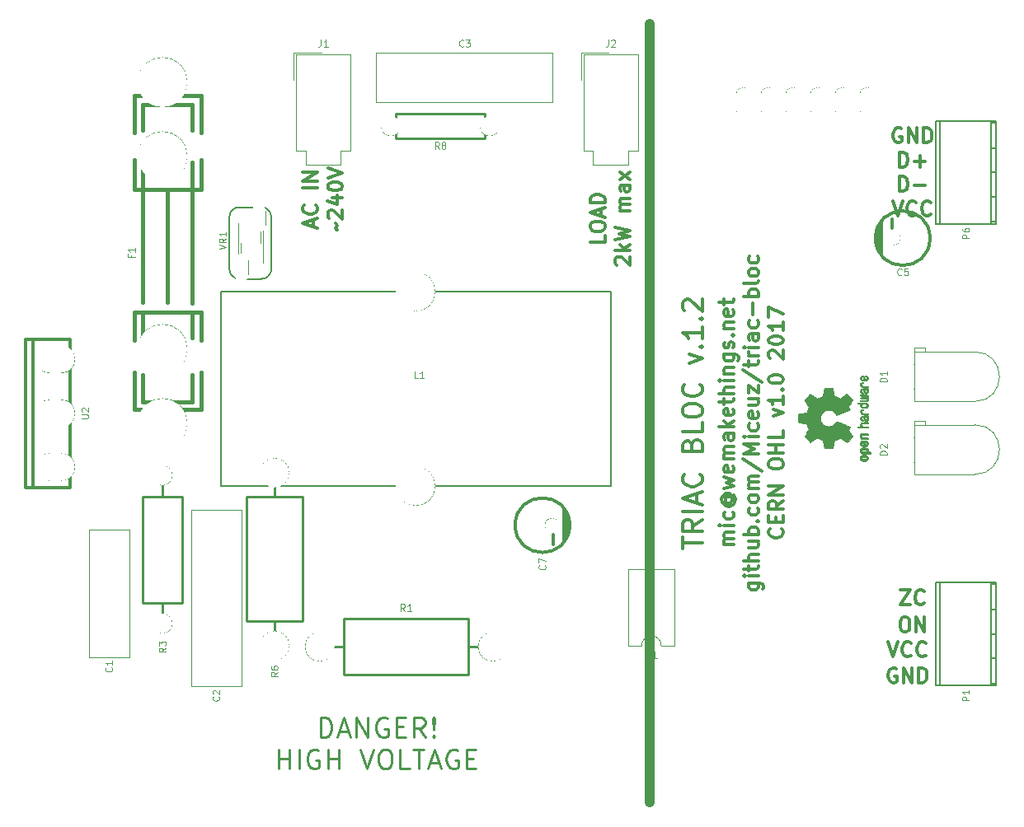
<source format=gto>
G04 #@! TF.GenerationSoftware,KiCad,Pcbnew,no-vcs-found-f12b19d~59~ubuntu16.04.1*
G04 #@! TF.CreationDate,2017-08-22T16:20:07+03:00*
G04 #@! TF.ProjectId,ssr,7373722E6B696361645F706362000000,rev?*
G04 #@! TF.SameCoordinates,Original*
G04 #@! TF.FileFunction,Legend,Top*
G04 #@! TF.FilePolarity,Positive*
%FSLAX46Y46*%
G04 Gerber Fmt 4.6, Leading zero omitted, Abs format (unit mm)*
G04 Created by KiCad (PCBNEW no-vcs-found-f12b19d~59~ubuntu16.04.1) date Tue Aug 22 16:20:07 2017*
%MOMM*%
%LPD*%
G01*
G04 APERTURE LIST*
%ADD10C,0.299720*%
%ADD11C,1.000000*%
%ADD12C,0.251460*%
%ADD13C,0.010000*%
%ADD14C,0.150000*%
%ADD15C,0.120000*%
%ADD16C,0.254000*%
%ADD17C,0.304800*%
%ADD18C,0.381000*%
%ADD19C,0.149860*%
%ADD20C,0.152400*%
%ADD21C,0.050800*%
%ADD22C,0.300000*%
%ADD23C,0.110000*%
%ADD24O,1.998980X1.998980*%
%ADD25R,1.998980X1.998980*%
%ADD26C,2.400000*%
%ADD27O,2.400000X1.600000*%
%ADD28R,2.400000X1.600000*%
%ADD29C,2.000000*%
%ADD30R,1.800000X1.800000*%
%ADD31C,1.800000*%
%ADD32C,3.500120*%
%ADD33C,2.999740*%
%ADD34O,4.000000X2.800000*%
%ADD35C,5.080000*%
%ADD36O,1.506220X3.014980*%
%ADD37C,4.000500*%
%ADD38O,1.422400X2.844800*%
%ADD39C,1.998980*%
%ADD40R,1.500000X1.500000*%
%ADD41C,1.500000*%
%ADD42O,1.700000X1.700000*%
%ADD43R,1.700000X1.700000*%
%ADD44R,2.800000X2.800000*%
%ADD45C,2.800000*%
G04 APERTURE END LIST*
D10*
X159403372Y-41715588D02*
X159403372Y-42430417D01*
X157902232Y-42430417D01*
X157902232Y-40929277D02*
X157902232Y-40643345D01*
X157973715Y-40500380D01*
X158116680Y-40357414D01*
X158402612Y-40285931D01*
X158902992Y-40285931D01*
X159188923Y-40357414D01*
X159331889Y-40500380D01*
X159403372Y-40643345D01*
X159403372Y-40929277D01*
X159331889Y-41072242D01*
X159188923Y-41215208D01*
X158902992Y-41286691D01*
X158402612Y-41286691D01*
X158116680Y-41215208D01*
X157973715Y-41072242D01*
X157902232Y-40929277D01*
X158974475Y-39714068D02*
X158974475Y-38999240D01*
X159403372Y-39857034D02*
X157902232Y-39356654D01*
X159403372Y-38856274D01*
X159403372Y-38355894D02*
X157902232Y-38355894D01*
X157902232Y-37998480D01*
X157973715Y-37784031D01*
X158116680Y-37641065D01*
X158259646Y-37569582D01*
X158545577Y-37498100D01*
X158760026Y-37498100D01*
X159045957Y-37569582D01*
X159188923Y-37641065D01*
X159331889Y-37784031D01*
X159403372Y-37998480D01*
X159403372Y-38355894D01*
X160596627Y-44753610D02*
X160525145Y-44682127D01*
X160453662Y-44539161D01*
X160453662Y-44181747D01*
X160525145Y-44038781D01*
X160596627Y-43967298D01*
X160739593Y-43895815D01*
X160882559Y-43895815D01*
X161097007Y-43967298D01*
X161954802Y-44825092D01*
X161954802Y-43895815D01*
X161954802Y-43252470D02*
X160453662Y-43252470D01*
X161382939Y-43109504D02*
X161954802Y-42680607D01*
X160954042Y-42680607D02*
X161525905Y-43252470D01*
X160453662Y-42180227D02*
X161954802Y-41822812D01*
X160882559Y-41536881D01*
X161954802Y-41250950D01*
X160453662Y-40893535D01*
X161954802Y-39177947D02*
X160954042Y-39177947D01*
X161097007Y-39177947D02*
X161025525Y-39106464D01*
X160954042Y-38963498D01*
X160954042Y-38749050D01*
X161025525Y-38606084D01*
X161168490Y-38534601D01*
X161954802Y-38534601D01*
X161168490Y-38534601D02*
X161025525Y-38463118D01*
X160954042Y-38320152D01*
X160954042Y-38105704D01*
X161025525Y-37962738D01*
X161168490Y-37891255D01*
X161954802Y-37891255D01*
X161954802Y-36533081D02*
X161168490Y-36533081D01*
X161025525Y-36604564D01*
X160954042Y-36747530D01*
X160954042Y-37033461D01*
X161025525Y-37176427D01*
X161883319Y-36533081D02*
X161954802Y-36676047D01*
X161954802Y-37033461D01*
X161883319Y-37176427D01*
X161740353Y-37247910D01*
X161597387Y-37247910D01*
X161454422Y-37176427D01*
X161382939Y-37033461D01*
X161382939Y-36676047D01*
X161311456Y-36533081D01*
X161954802Y-35961218D02*
X160954042Y-35174907D01*
X160954042Y-35961218D02*
X161954802Y-35174907D01*
X129474475Y-40823572D02*
X129474475Y-40108744D01*
X129903372Y-40966538D02*
X128402232Y-40466158D01*
X129903372Y-39965778D01*
X129760406Y-38607604D02*
X129831889Y-38679087D01*
X129903372Y-38893535D01*
X129903372Y-39036501D01*
X129831889Y-39250950D01*
X129688923Y-39393915D01*
X129545957Y-39465398D01*
X129260026Y-39536881D01*
X129045577Y-39536881D01*
X128759646Y-39465398D01*
X128616680Y-39393915D01*
X128473715Y-39250950D01*
X128402232Y-39036501D01*
X128402232Y-38893535D01*
X128473715Y-38679087D01*
X128545197Y-38607604D01*
X129903372Y-36820532D02*
X128402232Y-36820532D01*
X129903372Y-36105704D02*
X128402232Y-36105704D01*
X129903372Y-35247910D01*
X128402232Y-35247910D01*
X131882939Y-41180987D02*
X131811456Y-41109504D01*
X131739973Y-40966538D01*
X131882939Y-40680607D01*
X131811456Y-40537641D01*
X131739973Y-40466158D01*
X131096627Y-39965778D02*
X131025145Y-39894295D01*
X130953662Y-39751330D01*
X130953662Y-39393915D01*
X131025145Y-39250950D01*
X131096627Y-39179467D01*
X131239593Y-39107984D01*
X131382559Y-39107984D01*
X131597007Y-39179467D01*
X132454802Y-40037261D01*
X132454802Y-39107984D01*
X131454042Y-37821292D02*
X132454802Y-37821292D01*
X130882179Y-38178707D02*
X131954422Y-38536121D01*
X131954422Y-37606844D01*
X130953662Y-36749050D02*
X130953662Y-36606084D01*
X131025145Y-36463118D01*
X131096627Y-36391635D01*
X131239593Y-36320152D01*
X131525525Y-36248670D01*
X131882939Y-36248670D01*
X132168870Y-36320152D01*
X132311836Y-36391635D01*
X132383319Y-36463118D01*
X132454802Y-36606084D01*
X132454802Y-36749050D01*
X132383319Y-36892015D01*
X132311836Y-36963498D01*
X132168870Y-37034981D01*
X131882939Y-37106464D01*
X131525525Y-37106464D01*
X131239593Y-37034981D01*
X131096627Y-36963498D01*
X131025145Y-36892015D01*
X130953662Y-36749050D01*
X130953662Y-35819772D02*
X132454802Y-35319392D01*
X130953662Y-34819012D01*
X189677567Y-37179087D02*
X189677567Y-35677947D01*
X190034981Y-35677947D01*
X190249430Y-35749430D01*
X190392395Y-35892395D01*
X190463878Y-36035361D01*
X190535361Y-36321292D01*
X190535361Y-36535741D01*
X190463878Y-36821672D01*
X190392395Y-36964638D01*
X190249430Y-37107604D01*
X190034981Y-37179087D01*
X189677567Y-37179087D01*
X191178707Y-36607224D02*
X192322432Y-36607224D01*
X189677567Y-34679087D02*
X189677567Y-33177947D01*
X190034981Y-33177947D01*
X190249430Y-33249430D01*
X190392395Y-33392395D01*
X190463878Y-33535361D01*
X190535361Y-33821292D01*
X190535361Y-34035741D01*
X190463878Y-34321672D01*
X190392395Y-34464638D01*
X190249430Y-34607604D01*
X190034981Y-34679087D01*
X189677567Y-34679087D01*
X191178707Y-34107224D02*
X192322432Y-34107224D01*
X191750570Y-34679087D02*
X191750570Y-33535361D01*
X189856274Y-30749430D02*
X189713308Y-30677947D01*
X189498860Y-30677947D01*
X189284411Y-30749430D01*
X189141445Y-30892395D01*
X189069962Y-31035361D01*
X188998480Y-31321292D01*
X188998480Y-31535741D01*
X189069962Y-31821672D01*
X189141445Y-31964638D01*
X189284411Y-32107604D01*
X189498860Y-32179087D01*
X189641825Y-32179087D01*
X189856274Y-32107604D01*
X189927757Y-32036121D01*
X189927757Y-31535741D01*
X189641825Y-31535741D01*
X190571102Y-32179087D02*
X190571102Y-30677947D01*
X191428897Y-32179087D01*
X191428897Y-30677947D01*
X192143725Y-32179087D02*
X192143725Y-30677947D01*
X192501140Y-30677947D01*
X192715588Y-30749430D01*
X192858554Y-30892395D01*
X192930037Y-31035361D01*
X193001520Y-31321292D01*
X193001520Y-31535741D01*
X192930037Y-31821672D01*
X192858554Y-31964638D01*
X192715588Y-32107604D01*
X192501140Y-32179087D01*
X192143725Y-32179087D01*
X188998480Y-38177947D02*
X189498860Y-39679087D01*
X189999240Y-38177947D01*
X191357414Y-39536121D02*
X191285931Y-39607604D01*
X191071482Y-39679087D01*
X190928517Y-39679087D01*
X190714068Y-39607604D01*
X190571102Y-39464638D01*
X190499620Y-39321672D01*
X190428137Y-39035741D01*
X190428137Y-38821292D01*
X190499620Y-38535361D01*
X190571102Y-38392395D01*
X190714068Y-38249430D01*
X190928517Y-38177947D01*
X191071482Y-38177947D01*
X191285931Y-38249430D01*
X191357414Y-38320912D01*
X192858554Y-39536121D02*
X192787071Y-39607604D01*
X192572622Y-39679087D01*
X192429657Y-39679087D01*
X192215208Y-39607604D01*
X192072242Y-39464638D01*
X192000760Y-39321672D01*
X191929277Y-39035741D01*
X191929277Y-38821292D01*
X192000760Y-38535361D01*
X192072242Y-38392395D01*
X192215208Y-38249430D01*
X192429657Y-38177947D01*
X192572622Y-38177947D01*
X192787071Y-38249430D01*
X192858554Y-38320912D01*
D11*
X164000000Y-100000000D02*
X164000000Y-20000000D01*
D10*
X172627657Y-73509500D02*
X171626897Y-73509500D01*
X171769862Y-73509500D02*
X171698380Y-73438017D01*
X171626897Y-73295051D01*
X171626897Y-73080602D01*
X171698380Y-72937637D01*
X171841345Y-72866154D01*
X172627657Y-72866154D01*
X171841345Y-72866154D02*
X171698380Y-72794671D01*
X171626897Y-72651705D01*
X171626897Y-72437257D01*
X171698380Y-72294291D01*
X171841345Y-72222808D01*
X172627657Y-72222808D01*
X172627657Y-71507980D02*
X171626897Y-71507980D01*
X171126517Y-71507980D02*
X171198000Y-71579462D01*
X171269482Y-71507980D01*
X171198000Y-71436497D01*
X171126517Y-71507980D01*
X171269482Y-71507980D01*
X172556174Y-70149805D02*
X172627657Y-70292771D01*
X172627657Y-70578702D01*
X172556174Y-70721668D01*
X172484691Y-70793151D01*
X172341725Y-70864634D01*
X171912828Y-70864634D01*
X171769862Y-70793151D01*
X171698380Y-70721668D01*
X171626897Y-70578702D01*
X171626897Y-70292771D01*
X171698380Y-70149805D01*
X171912828Y-68577182D02*
X171841345Y-68648665D01*
X171769862Y-68791631D01*
X171769862Y-68934597D01*
X171841345Y-69077562D01*
X171912828Y-69149045D01*
X172055794Y-69220528D01*
X172198760Y-69220528D01*
X172341725Y-69149045D01*
X172413208Y-69077562D01*
X172484691Y-68934597D01*
X172484691Y-68791631D01*
X172413208Y-68648665D01*
X172341725Y-68577182D01*
X171769862Y-68577182D02*
X172341725Y-68577182D01*
X172413208Y-68505700D01*
X172413208Y-68434217D01*
X172341725Y-68291251D01*
X172198760Y-68219768D01*
X171841345Y-68219768D01*
X171626897Y-68362734D01*
X171483931Y-68577182D01*
X171412448Y-68863114D01*
X171483931Y-69149045D01*
X171626897Y-69363494D01*
X171841345Y-69506460D01*
X172127277Y-69577942D01*
X172413208Y-69506460D01*
X172627657Y-69363494D01*
X172770622Y-69149045D01*
X172842105Y-68863114D01*
X172770622Y-68577182D01*
X172627657Y-68362734D01*
X171626897Y-67719388D02*
X172627657Y-67433457D01*
X171912828Y-67147525D01*
X172627657Y-66861594D01*
X171626897Y-66575662D01*
X172556174Y-65431937D02*
X172627657Y-65574902D01*
X172627657Y-65860834D01*
X172556174Y-66003800D01*
X172413208Y-66075282D01*
X171841345Y-66075282D01*
X171698380Y-66003800D01*
X171626897Y-65860834D01*
X171626897Y-65574902D01*
X171698380Y-65431937D01*
X171841345Y-65360454D01*
X171984311Y-65360454D01*
X172127277Y-66075282D01*
X172627657Y-64717108D02*
X171626897Y-64717108D01*
X171769862Y-64717108D02*
X171698380Y-64645625D01*
X171626897Y-64502660D01*
X171626897Y-64288211D01*
X171698380Y-64145245D01*
X171841345Y-64073762D01*
X172627657Y-64073762D01*
X171841345Y-64073762D02*
X171698380Y-64002280D01*
X171626897Y-63859314D01*
X171626897Y-63644865D01*
X171698380Y-63501900D01*
X171841345Y-63430417D01*
X172627657Y-63430417D01*
X172627657Y-62072242D02*
X171841345Y-62072242D01*
X171698380Y-62143725D01*
X171626897Y-62286691D01*
X171626897Y-62572622D01*
X171698380Y-62715588D01*
X172556174Y-62072242D02*
X172627657Y-62215208D01*
X172627657Y-62572622D01*
X172556174Y-62715588D01*
X172413208Y-62787071D01*
X172270242Y-62787071D01*
X172127277Y-62715588D01*
X172055794Y-62572622D01*
X172055794Y-62215208D01*
X171984311Y-62072242D01*
X172627657Y-61357414D02*
X171126517Y-61357414D01*
X172055794Y-61214448D02*
X172627657Y-60785551D01*
X171626897Y-60785551D02*
X172198760Y-61357414D01*
X172556174Y-59570342D02*
X172627657Y-59713308D01*
X172627657Y-59999240D01*
X172556174Y-60142205D01*
X172413208Y-60213688D01*
X171841345Y-60213688D01*
X171698380Y-60142205D01*
X171626897Y-59999240D01*
X171626897Y-59713308D01*
X171698380Y-59570342D01*
X171841345Y-59498860D01*
X171984311Y-59498860D01*
X172127277Y-60213688D01*
X171626897Y-59069962D02*
X171626897Y-58498100D01*
X171126517Y-58855514D02*
X172413208Y-58855514D01*
X172556174Y-58784031D01*
X172627657Y-58641065D01*
X172627657Y-58498100D01*
X172627657Y-57997720D02*
X171126517Y-57997720D01*
X172627657Y-57354374D02*
X171841345Y-57354374D01*
X171698380Y-57425857D01*
X171626897Y-57568822D01*
X171626897Y-57783271D01*
X171698380Y-57926237D01*
X171769862Y-57997720D01*
X172627657Y-56639545D02*
X171626897Y-56639545D01*
X171126517Y-56639545D02*
X171198000Y-56711028D01*
X171269482Y-56639545D01*
X171198000Y-56568062D01*
X171126517Y-56639545D01*
X171269482Y-56639545D01*
X171626897Y-55924717D02*
X172627657Y-55924717D01*
X171769862Y-55924717D02*
X171698380Y-55853234D01*
X171626897Y-55710268D01*
X171626897Y-55495820D01*
X171698380Y-55352854D01*
X171841345Y-55281371D01*
X172627657Y-55281371D01*
X171626897Y-53923197D02*
X172842105Y-53923197D01*
X172985071Y-53994680D01*
X173056554Y-54066162D01*
X173128037Y-54209128D01*
X173128037Y-54423577D01*
X173056554Y-54566542D01*
X172556174Y-53923197D02*
X172627657Y-54066162D01*
X172627657Y-54352094D01*
X172556174Y-54495060D01*
X172484691Y-54566542D01*
X172341725Y-54638025D01*
X171912828Y-54638025D01*
X171769862Y-54566542D01*
X171698380Y-54495060D01*
X171626897Y-54352094D01*
X171626897Y-54066162D01*
X171698380Y-53923197D01*
X172556174Y-53279851D02*
X172627657Y-53136885D01*
X172627657Y-52850954D01*
X172556174Y-52707988D01*
X172413208Y-52636505D01*
X172341725Y-52636505D01*
X172198760Y-52707988D01*
X172127277Y-52850954D01*
X172127277Y-53065402D01*
X172055794Y-53208368D01*
X171912828Y-53279851D01*
X171841345Y-53279851D01*
X171698380Y-53208368D01*
X171626897Y-53065402D01*
X171626897Y-52850954D01*
X171698380Y-52707988D01*
X172484691Y-51993160D02*
X172556174Y-51921677D01*
X172627657Y-51993160D01*
X172556174Y-52064642D01*
X172484691Y-51993160D01*
X172627657Y-51993160D01*
X171626897Y-51278331D02*
X172627657Y-51278331D01*
X171769862Y-51278331D02*
X171698380Y-51206848D01*
X171626897Y-51063882D01*
X171626897Y-50849434D01*
X171698380Y-50706468D01*
X171841345Y-50634985D01*
X172627657Y-50634985D01*
X172556174Y-49348294D02*
X172627657Y-49491260D01*
X172627657Y-49777191D01*
X172556174Y-49920157D01*
X172413208Y-49991640D01*
X171841345Y-49991640D01*
X171698380Y-49920157D01*
X171626897Y-49777191D01*
X171626897Y-49491260D01*
X171698380Y-49348294D01*
X171841345Y-49276811D01*
X171984311Y-49276811D01*
X172127277Y-49991640D01*
X171626897Y-48847914D02*
X171626897Y-48276051D01*
X171126517Y-48633465D02*
X172413208Y-48633465D01*
X172556174Y-48561982D01*
X172627657Y-48419017D01*
X172627657Y-48276051D01*
X174178327Y-77441057D02*
X175393535Y-77441057D01*
X175536501Y-77512540D01*
X175607984Y-77584022D01*
X175679467Y-77726988D01*
X175679467Y-77941437D01*
X175607984Y-78084402D01*
X175107604Y-77441057D02*
X175179087Y-77584022D01*
X175179087Y-77869954D01*
X175107604Y-78012920D01*
X175036121Y-78084402D01*
X174893155Y-78155885D01*
X174464258Y-78155885D01*
X174321292Y-78084402D01*
X174249810Y-78012920D01*
X174178327Y-77869954D01*
X174178327Y-77584022D01*
X174249810Y-77441057D01*
X175179087Y-76726228D02*
X174178327Y-76726228D01*
X173677947Y-76726228D02*
X173749430Y-76797711D01*
X173820912Y-76726228D01*
X173749430Y-76654745D01*
X173677947Y-76726228D01*
X173820912Y-76726228D01*
X174178327Y-76225848D02*
X174178327Y-75653985D01*
X173677947Y-76011400D02*
X174964638Y-76011400D01*
X175107604Y-75939917D01*
X175179087Y-75796951D01*
X175179087Y-75653985D01*
X175179087Y-75153605D02*
X173677947Y-75153605D01*
X175179087Y-74510260D02*
X174392775Y-74510260D01*
X174249810Y-74581742D01*
X174178327Y-74724708D01*
X174178327Y-74939157D01*
X174249810Y-75082122D01*
X174321292Y-75153605D01*
X174178327Y-73152085D02*
X175179087Y-73152085D01*
X174178327Y-73795431D02*
X174964638Y-73795431D01*
X175107604Y-73723948D01*
X175179087Y-73580982D01*
X175179087Y-73366534D01*
X175107604Y-73223568D01*
X175036121Y-73152085D01*
X175179087Y-72437257D02*
X173677947Y-72437257D01*
X174249810Y-72437257D02*
X174178327Y-72294291D01*
X174178327Y-72008360D01*
X174249810Y-71865394D01*
X174321292Y-71793911D01*
X174464258Y-71722428D01*
X174893155Y-71722428D01*
X175036121Y-71793911D01*
X175107604Y-71865394D01*
X175179087Y-72008360D01*
X175179087Y-72294291D01*
X175107604Y-72437257D01*
X175036121Y-71079082D02*
X175107604Y-71007600D01*
X175179087Y-71079082D01*
X175107604Y-71150565D01*
X175036121Y-71079082D01*
X175179087Y-71079082D01*
X175107604Y-69720908D02*
X175179087Y-69863874D01*
X175179087Y-70149805D01*
X175107604Y-70292771D01*
X175036121Y-70364254D01*
X174893155Y-70435737D01*
X174464258Y-70435737D01*
X174321292Y-70364254D01*
X174249810Y-70292771D01*
X174178327Y-70149805D01*
X174178327Y-69863874D01*
X174249810Y-69720908D01*
X175179087Y-68863114D02*
X175107604Y-69006080D01*
X175036121Y-69077562D01*
X174893155Y-69149045D01*
X174464258Y-69149045D01*
X174321292Y-69077562D01*
X174249810Y-69006080D01*
X174178327Y-68863114D01*
X174178327Y-68648665D01*
X174249810Y-68505700D01*
X174321292Y-68434217D01*
X174464258Y-68362734D01*
X174893155Y-68362734D01*
X175036121Y-68434217D01*
X175107604Y-68505700D01*
X175179087Y-68648665D01*
X175179087Y-68863114D01*
X175179087Y-67719388D02*
X174178327Y-67719388D01*
X174321292Y-67719388D02*
X174249810Y-67647905D01*
X174178327Y-67504940D01*
X174178327Y-67290491D01*
X174249810Y-67147525D01*
X174392775Y-67076042D01*
X175179087Y-67076042D01*
X174392775Y-67076042D02*
X174249810Y-67004560D01*
X174178327Y-66861594D01*
X174178327Y-66647145D01*
X174249810Y-66504180D01*
X174392775Y-66432697D01*
X175179087Y-66432697D01*
X173606464Y-64645625D02*
X175536501Y-65932317D01*
X175179087Y-64145245D02*
X173677947Y-64145245D01*
X174750190Y-63644865D01*
X173677947Y-63144485D01*
X175179087Y-63144485D01*
X175179087Y-62429657D02*
X174178327Y-62429657D01*
X173677947Y-62429657D02*
X173749430Y-62501140D01*
X173820912Y-62429657D01*
X173749430Y-62358174D01*
X173677947Y-62429657D01*
X173820912Y-62429657D01*
X175107604Y-61071482D02*
X175179087Y-61214448D01*
X175179087Y-61500380D01*
X175107604Y-61643345D01*
X175036121Y-61714828D01*
X174893155Y-61786311D01*
X174464258Y-61786311D01*
X174321292Y-61714828D01*
X174249810Y-61643345D01*
X174178327Y-61500380D01*
X174178327Y-61214448D01*
X174249810Y-61071482D01*
X175107604Y-59856274D02*
X175179087Y-59999240D01*
X175179087Y-60285171D01*
X175107604Y-60428137D01*
X174964638Y-60499620D01*
X174392775Y-60499620D01*
X174249810Y-60428137D01*
X174178327Y-60285171D01*
X174178327Y-59999240D01*
X174249810Y-59856274D01*
X174392775Y-59784791D01*
X174535741Y-59784791D01*
X174678707Y-60499620D01*
X174178327Y-58498100D02*
X175179087Y-58498100D01*
X174178327Y-59141445D02*
X174964638Y-59141445D01*
X175107604Y-59069962D01*
X175179087Y-58926997D01*
X175179087Y-58712548D01*
X175107604Y-58569582D01*
X175036121Y-58498100D01*
X174178327Y-57926237D02*
X174178327Y-57139925D01*
X175179087Y-57926237D01*
X175179087Y-57139925D01*
X173606464Y-55495820D02*
X175536501Y-56782511D01*
X174178327Y-55209888D02*
X174178327Y-54638025D01*
X173677947Y-54995440D02*
X174964638Y-54995440D01*
X175107604Y-54923957D01*
X175179087Y-54780991D01*
X175179087Y-54638025D01*
X175179087Y-54137645D02*
X174178327Y-54137645D01*
X174464258Y-54137645D02*
X174321292Y-54066162D01*
X174249810Y-53994680D01*
X174178327Y-53851714D01*
X174178327Y-53708748D01*
X175179087Y-53208368D02*
X174178327Y-53208368D01*
X173677947Y-53208368D02*
X173749430Y-53279851D01*
X173820912Y-53208368D01*
X173749430Y-53136885D01*
X173677947Y-53208368D01*
X173820912Y-53208368D01*
X175179087Y-51850194D02*
X174392775Y-51850194D01*
X174249810Y-51921677D01*
X174178327Y-52064642D01*
X174178327Y-52350574D01*
X174249810Y-52493540D01*
X175107604Y-51850194D02*
X175179087Y-51993160D01*
X175179087Y-52350574D01*
X175107604Y-52493540D01*
X174964638Y-52565022D01*
X174821672Y-52565022D01*
X174678707Y-52493540D01*
X174607224Y-52350574D01*
X174607224Y-51993160D01*
X174535741Y-51850194D01*
X175107604Y-50492020D02*
X175179087Y-50634985D01*
X175179087Y-50920917D01*
X175107604Y-51063882D01*
X175036121Y-51135365D01*
X174893155Y-51206848D01*
X174464258Y-51206848D01*
X174321292Y-51135365D01*
X174249810Y-51063882D01*
X174178327Y-50920917D01*
X174178327Y-50634985D01*
X174249810Y-50492020D01*
X174607224Y-49848674D02*
X174607224Y-48704948D01*
X175179087Y-47990120D02*
X173677947Y-47990120D01*
X174249810Y-47990120D02*
X174178327Y-47847154D01*
X174178327Y-47561222D01*
X174249810Y-47418257D01*
X174321292Y-47346774D01*
X174464258Y-47275291D01*
X174893155Y-47275291D01*
X175036121Y-47346774D01*
X175107604Y-47418257D01*
X175179087Y-47561222D01*
X175179087Y-47847154D01*
X175107604Y-47990120D01*
X175179087Y-46417497D02*
X175107604Y-46560462D01*
X174964638Y-46631945D01*
X173677947Y-46631945D01*
X175179087Y-45631185D02*
X175107604Y-45774151D01*
X175036121Y-45845634D01*
X174893155Y-45917117D01*
X174464258Y-45917117D01*
X174321292Y-45845634D01*
X174249810Y-45774151D01*
X174178327Y-45631185D01*
X174178327Y-45416737D01*
X174249810Y-45273771D01*
X174321292Y-45202288D01*
X174464258Y-45130805D01*
X174893155Y-45130805D01*
X175036121Y-45202288D01*
X175107604Y-45273771D01*
X175179087Y-45416737D01*
X175179087Y-45631185D01*
X175107604Y-43844114D02*
X175179087Y-43987080D01*
X175179087Y-44273011D01*
X175107604Y-44415977D01*
X175036121Y-44487460D01*
X174893155Y-44558942D01*
X174464258Y-44558942D01*
X174321292Y-44487460D01*
X174249810Y-44415977D01*
X174178327Y-44273011D01*
X174178327Y-43987080D01*
X174249810Y-43844114D01*
X177587551Y-71865394D02*
X177659034Y-71936877D01*
X177730517Y-72151325D01*
X177730517Y-72294291D01*
X177659034Y-72508740D01*
X177516068Y-72651705D01*
X177373102Y-72723188D01*
X177087171Y-72794671D01*
X176872722Y-72794671D01*
X176586791Y-72723188D01*
X176443825Y-72651705D01*
X176300860Y-72508740D01*
X176229377Y-72294291D01*
X176229377Y-72151325D01*
X176300860Y-71936877D01*
X176372342Y-71865394D01*
X176944205Y-71222048D02*
X176944205Y-70721668D01*
X177730517Y-70507220D02*
X177730517Y-71222048D01*
X176229377Y-71222048D01*
X176229377Y-70507220D01*
X177730517Y-69006080D02*
X177015688Y-69506460D01*
X177730517Y-69863874D02*
X176229377Y-69863874D01*
X176229377Y-69292011D01*
X176300860Y-69149045D01*
X176372342Y-69077562D01*
X176515308Y-69006080D01*
X176729757Y-69006080D01*
X176872722Y-69077562D01*
X176944205Y-69149045D01*
X177015688Y-69292011D01*
X177015688Y-69863874D01*
X177730517Y-68362734D02*
X176229377Y-68362734D01*
X177730517Y-67504940D01*
X176229377Y-67504940D01*
X176229377Y-65360454D02*
X176229377Y-65074522D01*
X176300860Y-64931557D01*
X176443825Y-64788591D01*
X176729757Y-64717108D01*
X177230137Y-64717108D01*
X177516068Y-64788591D01*
X177659034Y-64931557D01*
X177730517Y-65074522D01*
X177730517Y-65360454D01*
X177659034Y-65503420D01*
X177516068Y-65646385D01*
X177230137Y-65717868D01*
X176729757Y-65717868D01*
X176443825Y-65646385D01*
X176300860Y-65503420D01*
X176229377Y-65360454D01*
X177730517Y-64073762D02*
X176229377Y-64073762D01*
X176944205Y-64073762D02*
X176944205Y-63215968D01*
X177730517Y-63215968D02*
X176229377Y-63215968D01*
X177730517Y-61786311D02*
X177730517Y-62501140D01*
X176229377Y-62501140D01*
X176729757Y-60285171D02*
X177730517Y-59927757D01*
X176729757Y-59570342D01*
X177730517Y-58212168D02*
X177730517Y-59069962D01*
X177730517Y-58641065D02*
X176229377Y-58641065D01*
X176443825Y-58784031D01*
X176586791Y-58926997D01*
X176658274Y-59069962D01*
X177587551Y-57568822D02*
X177659034Y-57497340D01*
X177730517Y-57568822D01*
X177659034Y-57640305D01*
X177587551Y-57568822D01*
X177730517Y-57568822D01*
X176229377Y-56568062D02*
X176229377Y-56425097D01*
X176300860Y-56282131D01*
X176372342Y-56210648D01*
X176515308Y-56139165D01*
X176801240Y-56067682D01*
X177158654Y-56067682D01*
X177444585Y-56139165D01*
X177587551Y-56210648D01*
X177659034Y-56282131D01*
X177730517Y-56425097D01*
X177730517Y-56568062D01*
X177659034Y-56711028D01*
X177587551Y-56782511D01*
X177444585Y-56853994D01*
X177158654Y-56925477D01*
X176801240Y-56925477D01*
X176515308Y-56853994D01*
X176372342Y-56782511D01*
X176300860Y-56711028D01*
X176229377Y-56568062D01*
X176372342Y-54352094D02*
X176300860Y-54280611D01*
X176229377Y-54137645D01*
X176229377Y-53780231D01*
X176300860Y-53637265D01*
X176372342Y-53565782D01*
X176515308Y-53494300D01*
X176658274Y-53494300D01*
X176872722Y-53565782D01*
X177730517Y-54423577D01*
X177730517Y-53494300D01*
X176229377Y-52565022D02*
X176229377Y-52422057D01*
X176300860Y-52279091D01*
X176372342Y-52207608D01*
X176515308Y-52136125D01*
X176801240Y-52064642D01*
X177158654Y-52064642D01*
X177444585Y-52136125D01*
X177587551Y-52207608D01*
X177659034Y-52279091D01*
X177730517Y-52422057D01*
X177730517Y-52565022D01*
X177659034Y-52707988D01*
X177587551Y-52779471D01*
X177444585Y-52850954D01*
X177158654Y-52922437D01*
X176801240Y-52922437D01*
X176515308Y-52850954D01*
X176372342Y-52779471D01*
X176300860Y-52707988D01*
X176229377Y-52565022D01*
X177730517Y-50634985D02*
X177730517Y-51492780D01*
X177730517Y-51063882D02*
X176229377Y-51063882D01*
X176443825Y-51206848D01*
X176586791Y-51349814D01*
X176658274Y-51492780D01*
X176229377Y-50134605D02*
X176229377Y-49133845D01*
X177730517Y-49777191D01*
X167405320Y-73898180D02*
X167405320Y-72755906D01*
X169404300Y-73327043D02*
X167405320Y-73327043D01*
X169404300Y-70947305D02*
X168452405Y-71613631D01*
X169404300Y-72089579D02*
X167405320Y-72089579D01*
X167405320Y-71328063D01*
X167500510Y-71137684D01*
X167595699Y-71042494D01*
X167786078Y-70947305D01*
X168071647Y-70947305D01*
X168262026Y-71042494D01*
X168357215Y-71137684D01*
X168452405Y-71328063D01*
X168452405Y-72089579D01*
X169404300Y-70090599D02*
X167405320Y-70090599D01*
X168833163Y-69233893D02*
X168833163Y-68281998D01*
X169404300Y-69424272D02*
X167405320Y-68757946D01*
X169404300Y-68091619D01*
X169213921Y-66283018D02*
X169309110Y-66378208D01*
X169404300Y-66663776D01*
X169404300Y-66854155D01*
X169309110Y-67139724D01*
X169118731Y-67330103D01*
X168928352Y-67425292D01*
X168547594Y-67520482D01*
X168262026Y-67520482D01*
X167881268Y-67425292D01*
X167690889Y-67330103D01*
X167500510Y-67139724D01*
X167405320Y-66854155D01*
X167405320Y-66663776D01*
X167500510Y-66378208D01*
X167595699Y-66283018D01*
X168357215Y-63236953D02*
X168452405Y-62951385D01*
X168547594Y-62856195D01*
X168737973Y-62761006D01*
X169023542Y-62761006D01*
X169213921Y-62856195D01*
X169309110Y-62951385D01*
X169404300Y-63141764D01*
X169404300Y-63903280D01*
X167405320Y-63903280D01*
X167405320Y-63236953D01*
X167500510Y-63046574D01*
X167595699Y-62951385D01*
X167786078Y-62856195D01*
X167976457Y-62856195D01*
X168166836Y-62951385D01*
X168262026Y-63046574D01*
X168357215Y-63236953D01*
X168357215Y-63903280D01*
X169404300Y-60952405D02*
X169404300Y-61904300D01*
X167405320Y-61904300D01*
X167405320Y-59905320D02*
X167405320Y-59524562D01*
X167500510Y-59334183D01*
X167690889Y-59143804D01*
X168071647Y-59048614D01*
X168737973Y-59048614D01*
X169118731Y-59143804D01*
X169309110Y-59334183D01*
X169404300Y-59524562D01*
X169404300Y-59905320D01*
X169309110Y-60095699D01*
X169118731Y-60286078D01*
X168737973Y-60381268D01*
X168071647Y-60381268D01*
X167690889Y-60286078D01*
X167500510Y-60095699D01*
X167405320Y-59905320D01*
X169213921Y-57049634D02*
X169309110Y-57144824D01*
X169404300Y-57430392D01*
X169404300Y-57620771D01*
X169309110Y-57906340D01*
X169118731Y-58096719D01*
X168928352Y-58191909D01*
X168547594Y-58287098D01*
X168262026Y-58287098D01*
X167881268Y-58191909D01*
X167690889Y-58096719D01*
X167500510Y-57906340D01*
X167405320Y-57620771D01*
X167405320Y-57430392D01*
X167500510Y-57144824D01*
X167595699Y-57049634D01*
X168071647Y-54860275D02*
X169404300Y-54384328D01*
X168071647Y-53908380D01*
X169213921Y-53146864D02*
X169309110Y-53051674D01*
X169404300Y-53146864D01*
X169309110Y-53242053D01*
X169213921Y-53146864D01*
X169404300Y-53146864D01*
X169404300Y-51147884D02*
X169404300Y-52290158D01*
X169404300Y-51719021D02*
X167405320Y-51719021D01*
X167690889Y-51909400D01*
X167881268Y-52099779D01*
X167976457Y-52290158D01*
X169213921Y-50291178D02*
X169309110Y-50195989D01*
X169404300Y-50291178D01*
X169309110Y-50386368D01*
X169213921Y-50291178D01*
X169404300Y-50291178D01*
X167595699Y-49434472D02*
X167500510Y-49339283D01*
X167405320Y-49148904D01*
X167405320Y-48672956D01*
X167500510Y-48482577D01*
X167595699Y-48387388D01*
X167786078Y-48292198D01*
X167976457Y-48292198D01*
X168262026Y-48387388D01*
X169404300Y-49529662D01*
X169404300Y-48292198D01*
X189749050Y-78177947D02*
X190749810Y-78177947D01*
X189749050Y-79679087D01*
X190749810Y-79679087D01*
X192179467Y-79536121D02*
X192107984Y-79607604D01*
X191893535Y-79679087D01*
X191750570Y-79679087D01*
X191536121Y-79607604D01*
X191393155Y-79464638D01*
X191321672Y-79321672D01*
X191250190Y-79035741D01*
X191250190Y-78821292D01*
X191321672Y-78535361D01*
X191393155Y-78392395D01*
X191536121Y-78249430D01*
X191750570Y-78177947D01*
X191893535Y-78177947D01*
X192107984Y-78249430D01*
X192179467Y-78320912D01*
X188498480Y-83517947D02*
X188998860Y-85019087D01*
X189499240Y-83517947D01*
X190857414Y-84876121D02*
X190785931Y-84947604D01*
X190571482Y-85019087D01*
X190428517Y-85019087D01*
X190214068Y-84947604D01*
X190071102Y-84804638D01*
X189999620Y-84661672D01*
X189928137Y-84375741D01*
X189928137Y-84161292D01*
X189999620Y-83875361D01*
X190071102Y-83732395D01*
X190214068Y-83589430D01*
X190428517Y-83517947D01*
X190571482Y-83517947D01*
X190785931Y-83589430D01*
X190857414Y-83660912D01*
X192358554Y-84876121D02*
X192287071Y-84947604D01*
X192072622Y-85019087D01*
X191929657Y-85019087D01*
X191715208Y-84947604D01*
X191572242Y-84804638D01*
X191500760Y-84661672D01*
X191429277Y-84375741D01*
X191429277Y-84161292D01*
X191500760Y-83875361D01*
X191572242Y-83732395D01*
X191715208Y-83589430D01*
X191929657Y-83517947D01*
X192072622Y-83517947D01*
X192287071Y-83589430D01*
X192358554Y-83660912D01*
X190078722Y-80977947D02*
X190364654Y-80977947D01*
X190507620Y-81049430D01*
X190650585Y-81192395D01*
X190722068Y-81478327D01*
X190722068Y-81978707D01*
X190650585Y-82264638D01*
X190507620Y-82407604D01*
X190364654Y-82479087D01*
X190078722Y-82479087D01*
X189935757Y-82407604D01*
X189792791Y-82264638D01*
X189721308Y-81978707D01*
X189721308Y-81478327D01*
X189792791Y-81192395D01*
X189935757Y-81049430D01*
X190078722Y-80977947D01*
X191365414Y-82479087D02*
X191365414Y-80977947D01*
X192223208Y-82479087D01*
X192223208Y-80977947D01*
X189356274Y-86249430D02*
X189213308Y-86177947D01*
X188998860Y-86177947D01*
X188784411Y-86249430D01*
X188641445Y-86392395D01*
X188569962Y-86535361D01*
X188498480Y-86821292D01*
X188498480Y-87035741D01*
X188569962Y-87321672D01*
X188641445Y-87464638D01*
X188784411Y-87607604D01*
X188998860Y-87679087D01*
X189141825Y-87679087D01*
X189356274Y-87607604D01*
X189427757Y-87536121D01*
X189427757Y-87035741D01*
X189141825Y-87035741D01*
X190071102Y-87679087D02*
X190071102Y-86177947D01*
X190928897Y-87679087D01*
X190928897Y-86177947D01*
X191643725Y-87679087D02*
X191643725Y-86177947D01*
X192001140Y-86177947D01*
X192215588Y-86249430D01*
X192358554Y-86392395D01*
X192430037Y-86535361D01*
X192501520Y-86821292D01*
X192501520Y-87035741D01*
X192430037Y-87321672D01*
X192358554Y-87464638D01*
X192215588Y-87607604D01*
X192001140Y-87679087D01*
X191643725Y-87679087D01*
D12*
X130193439Y-93279335D02*
X130193439Y-91280355D01*
X130669386Y-91280355D01*
X130954955Y-91375545D01*
X131145334Y-91565924D01*
X131240523Y-91756303D01*
X131335713Y-92137061D01*
X131335713Y-92422629D01*
X131240523Y-92803387D01*
X131145334Y-92993766D01*
X130954955Y-93184145D01*
X130669386Y-93279335D01*
X130193439Y-93279335D01*
X132097229Y-92708198D02*
X133049124Y-92708198D01*
X131906850Y-93279335D02*
X132573177Y-91280355D01*
X133239503Y-93279335D01*
X133905830Y-93279335D02*
X133905830Y-91280355D01*
X135048104Y-93279335D01*
X135048104Y-91280355D01*
X137047084Y-91375545D02*
X136856705Y-91280355D01*
X136571137Y-91280355D01*
X136285568Y-91375545D01*
X136095189Y-91565924D01*
X136000000Y-91756303D01*
X135904810Y-92137061D01*
X135904810Y-92422629D01*
X136000000Y-92803387D01*
X136095189Y-92993766D01*
X136285568Y-93184145D01*
X136571137Y-93279335D01*
X136761516Y-93279335D01*
X137047084Y-93184145D01*
X137142274Y-93088956D01*
X137142274Y-92422629D01*
X136761516Y-92422629D01*
X137998980Y-92232250D02*
X138665306Y-92232250D01*
X138950875Y-93279335D02*
X137998980Y-93279335D01*
X137998980Y-91280355D01*
X138950875Y-91280355D01*
X140949855Y-93279335D02*
X140283528Y-92327440D01*
X139807580Y-93279335D02*
X139807580Y-91280355D01*
X140569097Y-91280355D01*
X140759476Y-91375545D01*
X140854665Y-91470734D01*
X140949855Y-91661113D01*
X140949855Y-91946682D01*
X140854665Y-92137061D01*
X140759476Y-92232250D01*
X140569097Y-92327440D01*
X139807580Y-92327440D01*
X141806560Y-93088956D02*
X141901750Y-93184145D01*
X141806560Y-93279335D01*
X141711371Y-93184145D01*
X141806560Y-93088956D01*
X141806560Y-93279335D01*
X141806560Y-92517819D02*
X141711371Y-91375545D01*
X141806560Y-91280355D01*
X141901750Y-91375545D01*
X141806560Y-92517819D01*
X141806560Y-91280355D01*
X125909910Y-96529265D02*
X125909910Y-94530285D01*
X125909910Y-95482180D02*
X127052184Y-95482180D01*
X127052184Y-96529265D02*
X127052184Y-94530285D01*
X128004080Y-96529265D02*
X128004080Y-94530285D01*
X130003060Y-94625475D02*
X129812680Y-94530285D01*
X129527112Y-94530285D01*
X129241543Y-94625475D01*
X129051164Y-94815854D01*
X128955975Y-95006233D01*
X128860785Y-95386991D01*
X128860785Y-95672559D01*
X128955975Y-96053317D01*
X129051164Y-96243696D01*
X129241543Y-96434075D01*
X129527112Y-96529265D01*
X129717491Y-96529265D01*
X130003060Y-96434075D01*
X130098249Y-96338886D01*
X130098249Y-95672559D01*
X129717491Y-95672559D01*
X130954955Y-96529265D02*
X130954955Y-94530285D01*
X130954955Y-95482180D02*
X132097229Y-95482180D01*
X132097229Y-96529265D02*
X132097229Y-94530285D01*
X134286588Y-94530285D02*
X134952915Y-96529265D01*
X135619241Y-94530285D01*
X136666326Y-94530285D02*
X137047084Y-94530285D01*
X137237463Y-94625475D01*
X137427842Y-94815854D01*
X137523032Y-95196612D01*
X137523032Y-95862938D01*
X137427842Y-96243696D01*
X137237463Y-96434075D01*
X137047084Y-96529265D01*
X136666326Y-96529265D01*
X136475947Y-96434075D01*
X136285568Y-96243696D01*
X136190379Y-95862938D01*
X136190379Y-95196612D01*
X136285568Y-94815854D01*
X136475947Y-94625475D01*
X136666326Y-94530285D01*
X139331633Y-96529265D02*
X138379738Y-96529265D01*
X138379738Y-94530285D01*
X139712391Y-94530285D02*
X140854665Y-94530285D01*
X140283528Y-96529265D02*
X140283528Y-94530285D01*
X141425802Y-95958128D02*
X142377698Y-95958128D01*
X141235423Y-96529265D02*
X141901750Y-94530285D01*
X142568077Y-96529265D01*
X144281488Y-94625475D02*
X144091109Y-94530285D01*
X143805540Y-94530285D01*
X143519972Y-94625475D01*
X143329593Y-94815854D01*
X143234403Y-95006233D01*
X143139214Y-95386991D01*
X143139214Y-95672559D01*
X143234403Y-96053317D01*
X143329593Y-96243696D01*
X143519972Y-96434075D01*
X143805540Y-96529265D01*
X143995920Y-96529265D01*
X144281488Y-96434075D01*
X144376678Y-96338886D01*
X144376678Y-95672559D01*
X143995920Y-95672559D01*
X145233383Y-95482180D02*
X145899710Y-95482180D01*
X146185279Y-96529265D02*
X145233383Y-96529265D01*
X145233383Y-94530285D01*
X146185279Y-94530285D01*
D13*
G36*
X185584505Y-63731114D02*
X185621727Y-63656461D01*
X185690261Y-63590569D01*
X185715648Y-63572423D01*
X185748866Y-63552655D01*
X185784945Y-63539828D01*
X185833098Y-63532490D01*
X185902536Y-63529187D01*
X185994206Y-63528462D01*
X186119830Y-63531737D01*
X186214154Y-63543123D01*
X186284523Y-63564959D01*
X186338286Y-63599581D01*
X186382788Y-63649330D01*
X186385423Y-63652986D01*
X186412377Y-63702015D01*
X186425712Y-63761055D01*
X186429000Y-63836141D01*
X186429000Y-63958205D01*
X186547497Y-63958256D01*
X186613492Y-63959392D01*
X186652202Y-63966314D01*
X186675419Y-63984402D01*
X186694933Y-64019038D01*
X186698920Y-64027355D01*
X186717603Y-64066280D01*
X186729403Y-64096417D01*
X186730422Y-64118826D01*
X186716761Y-64134567D01*
X186684522Y-64144698D01*
X186629804Y-64150277D01*
X186548711Y-64152365D01*
X186437344Y-64152019D01*
X186291802Y-64150300D01*
X186248269Y-64149763D01*
X186098205Y-64147828D01*
X186000042Y-64146096D01*
X186000042Y-63958308D01*
X186083364Y-63957252D01*
X186137880Y-63952562D01*
X186173837Y-63941949D01*
X186201482Y-63923128D01*
X186214965Y-63910350D01*
X186254417Y-63858110D01*
X186257628Y-63811858D01*
X186225049Y-63764133D01*
X186223846Y-63762923D01*
X186198668Y-63743506D01*
X186164447Y-63731693D01*
X186111748Y-63725735D01*
X186031131Y-63723880D01*
X186013271Y-63723846D01*
X185902175Y-63728330D01*
X185825161Y-63742926D01*
X185778147Y-63769350D01*
X185757050Y-63809317D01*
X185754923Y-63832416D01*
X185764900Y-63887238D01*
X185797752Y-63924842D01*
X185857857Y-63947477D01*
X185949598Y-63957394D01*
X186000042Y-63958308D01*
X186000042Y-64146096D01*
X185982060Y-64145778D01*
X185894679Y-64143127D01*
X185830905Y-64139394D01*
X185785582Y-64134093D01*
X185753555Y-64126742D01*
X185729668Y-64116857D01*
X185708764Y-64103954D01*
X185700898Y-64098421D01*
X185626595Y-64025031D01*
X185584467Y-63932240D01*
X185572722Y-63824904D01*
X185584505Y-63731114D01*
X185584505Y-63731114D01*
G37*
X185584505Y-63731114D02*
X185621727Y-63656461D01*
X185690261Y-63590569D01*
X185715648Y-63572423D01*
X185748866Y-63552655D01*
X185784945Y-63539828D01*
X185833098Y-63532490D01*
X185902536Y-63529187D01*
X185994206Y-63528462D01*
X186119830Y-63531737D01*
X186214154Y-63543123D01*
X186284523Y-63564959D01*
X186338286Y-63599581D01*
X186382788Y-63649330D01*
X186385423Y-63652986D01*
X186412377Y-63702015D01*
X186425712Y-63761055D01*
X186429000Y-63836141D01*
X186429000Y-63958205D01*
X186547497Y-63958256D01*
X186613492Y-63959392D01*
X186652202Y-63966314D01*
X186675419Y-63984402D01*
X186694933Y-64019038D01*
X186698920Y-64027355D01*
X186717603Y-64066280D01*
X186729403Y-64096417D01*
X186730422Y-64118826D01*
X186716761Y-64134567D01*
X186684522Y-64144698D01*
X186629804Y-64150277D01*
X186548711Y-64152365D01*
X186437344Y-64152019D01*
X186291802Y-64150300D01*
X186248269Y-64149763D01*
X186098205Y-64147828D01*
X186000042Y-64146096D01*
X186000042Y-63958308D01*
X186083364Y-63957252D01*
X186137880Y-63952562D01*
X186173837Y-63941949D01*
X186201482Y-63923128D01*
X186214965Y-63910350D01*
X186254417Y-63858110D01*
X186257628Y-63811858D01*
X186225049Y-63764133D01*
X186223846Y-63762923D01*
X186198668Y-63743506D01*
X186164447Y-63731693D01*
X186111748Y-63725735D01*
X186031131Y-63723880D01*
X186013271Y-63723846D01*
X185902175Y-63728330D01*
X185825161Y-63742926D01*
X185778147Y-63769350D01*
X185757050Y-63809317D01*
X185754923Y-63832416D01*
X185764900Y-63887238D01*
X185797752Y-63924842D01*
X185857857Y-63947477D01*
X185949598Y-63957394D01*
X186000042Y-63958308D01*
X186000042Y-64146096D01*
X185982060Y-64145778D01*
X185894679Y-64143127D01*
X185830905Y-64139394D01*
X185785582Y-64134093D01*
X185753555Y-64126742D01*
X185729668Y-64116857D01*
X185708764Y-64103954D01*
X185700898Y-64098421D01*
X185626595Y-64025031D01*
X185584467Y-63932240D01*
X185572722Y-63824904D01*
X185584505Y-63731114D01*
G36*
X185595089Y-62228336D02*
X185631358Y-62165633D01*
X185667358Y-62122039D01*
X185705075Y-62090155D01*
X185751199Y-62068190D01*
X185812421Y-62054351D01*
X185895431Y-62046847D01*
X186006919Y-62043883D01*
X186087062Y-62043539D01*
X186382065Y-62043539D01*
X186456515Y-62209615D01*
X186133402Y-62219385D01*
X186012729Y-62223421D01*
X185925141Y-62227656D01*
X185864650Y-62232903D01*
X185825268Y-62239975D01*
X185801007Y-62249689D01*
X185785880Y-62262856D01*
X185782606Y-62267081D01*
X185757034Y-62331091D01*
X185767153Y-62395792D01*
X185794000Y-62434308D01*
X185813024Y-62449975D01*
X185837988Y-62460820D01*
X185875834Y-62467712D01*
X185933502Y-62471521D01*
X186017935Y-62473117D01*
X186105928Y-62473385D01*
X186216323Y-62473437D01*
X186294463Y-62475328D01*
X186347165Y-62481655D01*
X186381242Y-62495017D01*
X186403511Y-62518015D01*
X186420787Y-62553246D01*
X186438738Y-62600303D01*
X186458278Y-62651697D01*
X186111485Y-62645579D01*
X185986468Y-62643116D01*
X185894082Y-62640233D01*
X185827881Y-62636102D01*
X185781420Y-62629893D01*
X185748256Y-62620774D01*
X185721944Y-62607917D01*
X185698729Y-62592416D01*
X185624569Y-62517629D01*
X185581684Y-62426372D01*
X185571412Y-62327117D01*
X185595089Y-62228336D01*
X185595089Y-62228336D01*
G37*
X185595089Y-62228336D02*
X185631358Y-62165633D01*
X185667358Y-62122039D01*
X185705075Y-62090155D01*
X185751199Y-62068190D01*
X185812421Y-62054351D01*
X185895431Y-62046847D01*
X186006919Y-62043883D01*
X186087062Y-62043539D01*
X186382065Y-62043539D01*
X186456515Y-62209615D01*
X186133402Y-62219385D01*
X186012729Y-62223421D01*
X185925141Y-62227656D01*
X185864650Y-62232903D01*
X185825268Y-62239975D01*
X185801007Y-62249689D01*
X185785880Y-62262856D01*
X185782606Y-62267081D01*
X185757034Y-62331091D01*
X185767153Y-62395792D01*
X185794000Y-62434308D01*
X185813024Y-62449975D01*
X185837988Y-62460820D01*
X185875834Y-62467712D01*
X185933502Y-62471521D01*
X186017935Y-62473117D01*
X186105928Y-62473385D01*
X186216323Y-62473437D01*
X186294463Y-62475328D01*
X186347165Y-62481655D01*
X186381242Y-62495017D01*
X186403511Y-62518015D01*
X186420787Y-62553246D01*
X186438738Y-62600303D01*
X186458278Y-62651697D01*
X186111485Y-62645579D01*
X185986468Y-62643116D01*
X185894082Y-62640233D01*
X185827881Y-62636102D01*
X185781420Y-62629893D01*
X185748256Y-62620774D01*
X185721944Y-62607917D01*
X185698729Y-62592416D01*
X185624569Y-62517629D01*
X185581684Y-62426372D01*
X185571412Y-62327117D01*
X185595089Y-62228336D01*
G36*
X185587256Y-64483114D02*
X185635409Y-64391536D01*
X185712905Y-64323951D01*
X185762727Y-64299943D01*
X185837533Y-64281262D01*
X185932052Y-64271699D01*
X186035210Y-64270792D01*
X186135935Y-64278079D01*
X186223153Y-64293097D01*
X186285791Y-64315385D01*
X186296579Y-64322235D01*
X186377105Y-64403368D01*
X186425336Y-64499734D01*
X186439450Y-64604299D01*
X186417629Y-64710032D01*
X186404547Y-64739457D01*
X186364231Y-64796759D01*
X186310775Y-64847050D01*
X186303995Y-64851803D01*
X186271321Y-64871122D01*
X186236394Y-64883892D01*
X186190414Y-64891436D01*
X186124584Y-64895076D01*
X186030105Y-64896135D01*
X186008923Y-64896154D01*
X186002182Y-64896106D01*
X186002182Y-64700769D01*
X186091349Y-64699632D01*
X186150520Y-64695159D01*
X186188741Y-64685754D01*
X186215053Y-64669824D01*
X186223846Y-64661692D01*
X186257261Y-64614942D01*
X186255737Y-64569553D01*
X186226752Y-64523660D01*
X186195809Y-64496288D01*
X186150643Y-64480077D01*
X186079420Y-64470974D01*
X186071114Y-64470349D01*
X185942037Y-64468796D01*
X185846172Y-64485035D01*
X185784107Y-64518848D01*
X185756432Y-64570016D01*
X185754923Y-64588280D01*
X185762513Y-64636240D01*
X185788808Y-64669047D01*
X185839095Y-64689105D01*
X185918664Y-64698822D01*
X186002182Y-64700769D01*
X186002182Y-64896106D01*
X185908249Y-64895426D01*
X185837906Y-64892371D01*
X185789163Y-64885678D01*
X185753288Y-64874040D01*
X185721548Y-64856147D01*
X185715648Y-64852192D01*
X185636104Y-64785733D01*
X185589929Y-64713315D01*
X185571599Y-64625151D01*
X185570703Y-64595213D01*
X185587256Y-64483114D01*
X185587256Y-64483114D01*
G37*
X185587256Y-64483114D02*
X185635409Y-64391536D01*
X185712905Y-64323951D01*
X185762727Y-64299943D01*
X185837533Y-64281262D01*
X185932052Y-64271699D01*
X186035210Y-64270792D01*
X186135935Y-64278079D01*
X186223153Y-64293097D01*
X186285791Y-64315385D01*
X186296579Y-64322235D01*
X186377105Y-64403368D01*
X186425336Y-64499734D01*
X186439450Y-64604299D01*
X186417629Y-64710032D01*
X186404547Y-64739457D01*
X186364231Y-64796759D01*
X186310775Y-64847050D01*
X186303995Y-64851803D01*
X186271321Y-64871122D01*
X186236394Y-64883892D01*
X186190414Y-64891436D01*
X186124584Y-64895076D01*
X186030105Y-64896135D01*
X186008923Y-64896154D01*
X186002182Y-64896106D01*
X186002182Y-64700769D01*
X186091349Y-64699632D01*
X186150520Y-64695159D01*
X186188741Y-64685754D01*
X186215053Y-64669824D01*
X186223846Y-64661692D01*
X186257261Y-64614942D01*
X186255737Y-64569553D01*
X186226752Y-64523660D01*
X186195809Y-64496288D01*
X186150643Y-64480077D01*
X186079420Y-64470974D01*
X186071114Y-64470349D01*
X185942037Y-64468796D01*
X185846172Y-64485035D01*
X185784107Y-64518848D01*
X185756432Y-64570016D01*
X185754923Y-64588280D01*
X185762513Y-64636240D01*
X185788808Y-64669047D01*
X185839095Y-64689105D01*
X185918664Y-64698822D01*
X186002182Y-64700769D01*
X186002182Y-64896106D01*
X185908249Y-64895426D01*
X185837906Y-64892371D01*
X185789163Y-64885678D01*
X185753288Y-64874040D01*
X185721548Y-64856147D01*
X185715648Y-64852192D01*
X185636104Y-64785733D01*
X185589929Y-64713315D01*
X185571599Y-64625151D01*
X185570703Y-64595213D01*
X185587256Y-64483114D01*
G36*
X185599745Y-62965746D02*
X185651567Y-62888714D01*
X185726412Y-62829184D01*
X185821654Y-62793622D01*
X185891756Y-62786429D01*
X185921009Y-62787246D01*
X185943407Y-62794086D01*
X185963474Y-62812888D01*
X185985733Y-62849592D01*
X186014709Y-62910138D01*
X186054927Y-63000466D01*
X186055129Y-63000923D01*
X186093210Y-63084067D01*
X186127025Y-63152247D01*
X186152933Y-63198495D01*
X186167295Y-63215842D01*
X186167411Y-63215846D01*
X186198685Y-63200557D01*
X186233157Y-63164804D01*
X186257990Y-63123758D01*
X186262923Y-63102963D01*
X186245862Y-63046230D01*
X186203133Y-62997373D01*
X186156155Y-62973535D01*
X186121522Y-62950603D01*
X186082081Y-62905682D01*
X186048009Y-62852877D01*
X186029480Y-62806290D01*
X186028462Y-62796548D01*
X186045215Y-62785582D01*
X186088039Y-62784921D01*
X186145781Y-62792980D01*
X186207289Y-62808173D01*
X186261409Y-62828914D01*
X186263510Y-62829962D01*
X186350660Y-62892379D01*
X186409939Y-62973274D01*
X186439034Y-63065144D01*
X186435634Y-63160487D01*
X186397428Y-63251802D01*
X186394741Y-63255862D01*
X186329642Y-63327694D01*
X186244705Y-63374927D01*
X186133021Y-63401066D01*
X186101643Y-63404574D01*
X185953536Y-63410787D01*
X185884468Y-63403339D01*
X185884468Y-63215846D01*
X185927552Y-63213410D01*
X185940126Y-63200086D01*
X185930719Y-63166868D01*
X185908483Y-63114506D01*
X185880610Y-63055976D01*
X185879872Y-63054521D01*
X185853777Y-63004911D01*
X185836363Y-62985000D01*
X185818107Y-62989910D01*
X185794120Y-63010584D01*
X185759406Y-63063181D01*
X185756856Y-63119823D01*
X185782119Y-63170631D01*
X185830847Y-63205724D01*
X185884468Y-63215846D01*
X185884468Y-63403339D01*
X185835036Y-63398008D01*
X185741055Y-63365222D01*
X185675215Y-63319579D01*
X185608681Y-63237198D01*
X185575676Y-63146454D01*
X185573573Y-63053815D01*
X185599745Y-62965746D01*
X185599745Y-62965746D01*
G37*
X185599745Y-62965746D02*
X185651567Y-62888714D01*
X185726412Y-62829184D01*
X185821654Y-62793622D01*
X185891756Y-62786429D01*
X185921009Y-62787246D01*
X185943407Y-62794086D01*
X185963474Y-62812888D01*
X185985733Y-62849592D01*
X186014709Y-62910138D01*
X186054927Y-63000466D01*
X186055129Y-63000923D01*
X186093210Y-63084067D01*
X186127025Y-63152247D01*
X186152933Y-63198495D01*
X186167295Y-63215842D01*
X186167411Y-63215846D01*
X186198685Y-63200557D01*
X186233157Y-63164804D01*
X186257990Y-63123758D01*
X186262923Y-63102963D01*
X186245862Y-63046230D01*
X186203133Y-62997373D01*
X186156155Y-62973535D01*
X186121522Y-62950603D01*
X186082081Y-62905682D01*
X186048009Y-62852877D01*
X186029480Y-62806290D01*
X186028462Y-62796548D01*
X186045215Y-62785582D01*
X186088039Y-62784921D01*
X186145781Y-62792980D01*
X186207289Y-62808173D01*
X186261409Y-62828914D01*
X186263510Y-62829962D01*
X186350660Y-62892379D01*
X186409939Y-62973274D01*
X186439034Y-63065144D01*
X186435634Y-63160487D01*
X186397428Y-63251802D01*
X186394741Y-63255862D01*
X186329642Y-63327694D01*
X186244705Y-63374927D01*
X186133021Y-63401066D01*
X186101643Y-63404574D01*
X185953536Y-63410787D01*
X185884468Y-63403339D01*
X185884468Y-63215846D01*
X185927552Y-63213410D01*
X185940126Y-63200086D01*
X185930719Y-63166868D01*
X185908483Y-63114506D01*
X185880610Y-63055976D01*
X185879872Y-63054521D01*
X185853777Y-63004911D01*
X185836363Y-62985000D01*
X185818107Y-62989910D01*
X185794120Y-63010584D01*
X185759406Y-63063181D01*
X185756856Y-63119823D01*
X185782119Y-63170631D01*
X185830847Y-63205724D01*
X185884468Y-63215846D01*
X185884468Y-63403339D01*
X185835036Y-63398008D01*
X185741055Y-63365222D01*
X185675215Y-63319579D01*
X185608681Y-63237198D01*
X185575676Y-63146454D01*
X185573573Y-63053815D01*
X185599745Y-62965746D01*
G36*
X185492120Y-61340154D02*
X185571980Y-61334428D01*
X185619039Y-61327851D01*
X185639566Y-61318738D01*
X185639829Y-61305402D01*
X185637378Y-61301077D01*
X185619636Y-61243556D01*
X185620672Y-61168732D01*
X185638910Y-61092661D01*
X185662505Y-61045082D01*
X185700198Y-60996298D01*
X185742855Y-60960636D01*
X185797057Y-60936155D01*
X185869384Y-60920913D01*
X185966419Y-60912970D01*
X186094742Y-60910384D01*
X186119358Y-60910338D01*
X186395870Y-60910308D01*
X186417320Y-60971839D01*
X186431912Y-61015541D01*
X186438706Y-61039518D01*
X186438769Y-61040223D01*
X186420345Y-61042585D01*
X186369526Y-61044594D01*
X186292993Y-61046099D01*
X186197430Y-61046947D01*
X186139329Y-61047077D01*
X186024771Y-61047349D01*
X185942667Y-61048748D01*
X185886393Y-61052151D01*
X185849326Y-61058433D01*
X185824844Y-61068471D01*
X185806325Y-61083139D01*
X185797406Y-61092298D01*
X185761466Y-61155211D01*
X185758775Y-61223864D01*
X185789170Y-61286152D01*
X185800144Y-61297671D01*
X185820779Y-61314567D01*
X185845256Y-61326286D01*
X185880647Y-61333767D01*
X185934026Y-61337946D01*
X186012466Y-61339763D01*
X186120617Y-61340154D01*
X186395870Y-61340154D01*
X186417320Y-61401685D01*
X186431912Y-61445387D01*
X186438706Y-61469364D01*
X186438769Y-61470070D01*
X186420069Y-61471874D01*
X186367322Y-61473500D01*
X186285557Y-61474883D01*
X186179805Y-61475958D01*
X186055094Y-61476660D01*
X185916455Y-61476923D01*
X185381806Y-61476923D01*
X185328236Y-61349923D01*
X185492120Y-61340154D01*
X185492120Y-61340154D01*
G37*
X185492120Y-61340154D02*
X185571980Y-61334428D01*
X185619039Y-61327851D01*
X185639566Y-61318738D01*
X185639829Y-61305402D01*
X185637378Y-61301077D01*
X185619636Y-61243556D01*
X185620672Y-61168732D01*
X185638910Y-61092661D01*
X185662505Y-61045082D01*
X185700198Y-60996298D01*
X185742855Y-60960636D01*
X185797057Y-60936155D01*
X185869384Y-60920913D01*
X185966419Y-60912970D01*
X186094742Y-60910384D01*
X186119358Y-60910338D01*
X186395870Y-60910308D01*
X186417320Y-60971839D01*
X186431912Y-61015541D01*
X186438706Y-61039518D01*
X186438769Y-61040223D01*
X186420345Y-61042585D01*
X186369526Y-61044594D01*
X186292993Y-61046099D01*
X186197430Y-61046947D01*
X186139329Y-61047077D01*
X186024771Y-61047349D01*
X185942667Y-61048748D01*
X185886393Y-61052151D01*
X185849326Y-61058433D01*
X185824844Y-61068471D01*
X185806325Y-61083139D01*
X185797406Y-61092298D01*
X185761466Y-61155211D01*
X185758775Y-61223864D01*
X185789170Y-61286152D01*
X185800144Y-61297671D01*
X185820779Y-61314567D01*
X185845256Y-61326286D01*
X185880647Y-61333767D01*
X185934026Y-61337946D01*
X186012466Y-61339763D01*
X186120617Y-61340154D01*
X186395870Y-61340154D01*
X186417320Y-61401685D01*
X186431912Y-61445387D01*
X186438706Y-61469364D01*
X186438769Y-61470070D01*
X186420069Y-61471874D01*
X186367322Y-61473500D01*
X186285557Y-61474883D01*
X186179805Y-61475958D01*
X186055094Y-61476660D01*
X185916455Y-61476923D01*
X185381806Y-61476923D01*
X185328236Y-61349923D01*
X185492120Y-61340154D01*
G36*
X185626303Y-60446499D02*
X185654733Y-60369940D01*
X185655279Y-60369064D01*
X185690127Y-60321715D01*
X185730852Y-60286759D01*
X185783925Y-60262175D01*
X185855814Y-60245938D01*
X185952992Y-60236025D01*
X186081928Y-60230414D01*
X186100298Y-60229923D01*
X186377287Y-60222859D01*
X186408028Y-60282305D01*
X186428802Y-60325319D01*
X186438646Y-60351290D01*
X186438769Y-60352491D01*
X186420606Y-60356986D01*
X186371612Y-60360556D01*
X186300031Y-60362752D01*
X186242068Y-60363231D01*
X186148170Y-60363242D01*
X186089203Y-60367534D01*
X186061079Y-60382497D01*
X186059706Y-60414518D01*
X186080998Y-60469986D01*
X186120136Y-60553731D01*
X186152643Y-60615311D01*
X186180845Y-60646983D01*
X186211582Y-60656294D01*
X186213104Y-60656308D01*
X186266054Y-60640943D01*
X186294660Y-60595453D01*
X186298803Y-60525834D01*
X186298084Y-60475687D01*
X186312527Y-60449246D01*
X186347218Y-60432757D01*
X186391416Y-60423267D01*
X186416493Y-60436943D01*
X186420082Y-60442093D01*
X186434496Y-60490575D01*
X186436537Y-60558469D01*
X186426983Y-60628388D01*
X186409522Y-60677932D01*
X186351364Y-60746430D01*
X186270408Y-60785366D01*
X186207160Y-60793077D01*
X186150111Y-60787193D01*
X186103542Y-60765899D01*
X186062181Y-60723735D01*
X186020755Y-60655241D01*
X185973993Y-60554956D01*
X185971350Y-60548846D01*
X185929617Y-60458510D01*
X185895391Y-60402765D01*
X185864635Y-60378871D01*
X185833311Y-60384087D01*
X185797383Y-60415672D01*
X185789116Y-60425117D01*
X185757058Y-60488383D01*
X185758407Y-60553936D01*
X185789838Y-60611028D01*
X185848024Y-60648907D01*
X185859446Y-60652426D01*
X185914837Y-60686700D01*
X185941518Y-60730191D01*
X185967960Y-60793077D01*
X185899548Y-60793077D01*
X185800110Y-60773948D01*
X185708902Y-60717169D01*
X185678389Y-60687622D01*
X185639228Y-60620458D01*
X185621500Y-60535044D01*
X185626303Y-60446499D01*
X185626303Y-60446499D01*
G37*
X185626303Y-60446499D02*
X185654733Y-60369940D01*
X185655279Y-60369064D01*
X185690127Y-60321715D01*
X185730852Y-60286759D01*
X185783925Y-60262175D01*
X185855814Y-60245938D01*
X185952992Y-60236025D01*
X186081928Y-60230414D01*
X186100298Y-60229923D01*
X186377287Y-60222859D01*
X186408028Y-60282305D01*
X186428802Y-60325319D01*
X186438646Y-60351290D01*
X186438769Y-60352491D01*
X186420606Y-60356986D01*
X186371612Y-60360556D01*
X186300031Y-60362752D01*
X186242068Y-60363231D01*
X186148170Y-60363242D01*
X186089203Y-60367534D01*
X186061079Y-60382497D01*
X186059706Y-60414518D01*
X186080998Y-60469986D01*
X186120136Y-60553731D01*
X186152643Y-60615311D01*
X186180845Y-60646983D01*
X186211582Y-60656294D01*
X186213104Y-60656308D01*
X186266054Y-60640943D01*
X186294660Y-60595453D01*
X186298803Y-60525834D01*
X186298084Y-60475687D01*
X186312527Y-60449246D01*
X186347218Y-60432757D01*
X186391416Y-60423267D01*
X186416493Y-60436943D01*
X186420082Y-60442093D01*
X186434496Y-60490575D01*
X186436537Y-60558469D01*
X186426983Y-60628388D01*
X186409522Y-60677932D01*
X186351364Y-60746430D01*
X186270408Y-60785366D01*
X186207160Y-60793077D01*
X186150111Y-60787193D01*
X186103542Y-60765899D01*
X186062181Y-60723735D01*
X186020755Y-60655241D01*
X185973993Y-60554956D01*
X185971350Y-60548846D01*
X185929617Y-60458510D01*
X185895391Y-60402765D01*
X185864635Y-60378871D01*
X185833311Y-60384087D01*
X185797383Y-60415672D01*
X185789116Y-60425117D01*
X185757058Y-60488383D01*
X185758407Y-60553936D01*
X185789838Y-60611028D01*
X185848024Y-60648907D01*
X185859446Y-60652426D01*
X185914837Y-60686700D01*
X185941518Y-60730191D01*
X185967960Y-60793077D01*
X185899548Y-60793077D01*
X185800110Y-60773948D01*
X185708902Y-60717169D01*
X185678389Y-60687622D01*
X185639228Y-60620458D01*
X185621500Y-60535044D01*
X185626303Y-60446499D01*
G36*
X185624670Y-59786638D02*
X185657421Y-59697883D01*
X185715350Y-59625978D01*
X185756128Y-59597856D01*
X185830954Y-59567198D01*
X185885058Y-59567835D01*
X185921446Y-59600013D01*
X185927633Y-59611919D01*
X185946925Y-59663325D01*
X185941982Y-59689578D01*
X185909587Y-59698470D01*
X185891692Y-59698923D01*
X185825859Y-59715203D01*
X185779807Y-59757635D01*
X185757564Y-59816612D01*
X185763161Y-59882525D01*
X185792229Y-59936105D01*
X185808810Y-59954202D01*
X185828925Y-59967029D01*
X185859332Y-59975694D01*
X185906788Y-59981304D01*
X185978050Y-59984965D01*
X186079875Y-59987785D01*
X186112115Y-59988516D01*
X186222410Y-59991180D01*
X186300036Y-59994208D01*
X186351396Y-59998750D01*
X186382890Y-60005954D01*
X186400920Y-60016967D01*
X186411888Y-60032940D01*
X186416733Y-60043166D01*
X186433301Y-60086594D01*
X186438769Y-60112158D01*
X186420507Y-60120605D01*
X186365296Y-60125761D01*
X186272499Y-60127654D01*
X186141478Y-60126311D01*
X186121269Y-60125893D01*
X186001733Y-60122942D01*
X185914449Y-60119452D01*
X185852591Y-60114486D01*
X185809336Y-60107107D01*
X185777860Y-60096376D01*
X185751339Y-60081355D01*
X185739975Y-60073498D01*
X185689692Y-60028447D01*
X185650581Y-59978060D01*
X185647167Y-59971892D01*
X185620212Y-59881542D01*
X185624670Y-59786638D01*
X185624670Y-59786638D01*
G37*
X185624670Y-59786638D02*
X185657421Y-59697883D01*
X185715350Y-59625978D01*
X185756128Y-59597856D01*
X185830954Y-59567198D01*
X185885058Y-59567835D01*
X185921446Y-59600013D01*
X185927633Y-59611919D01*
X185946925Y-59663325D01*
X185941982Y-59689578D01*
X185909587Y-59698470D01*
X185891692Y-59698923D01*
X185825859Y-59715203D01*
X185779807Y-59757635D01*
X185757564Y-59816612D01*
X185763161Y-59882525D01*
X185792229Y-59936105D01*
X185808810Y-59954202D01*
X185828925Y-59967029D01*
X185859332Y-59975694D01*
X185906788Y-59981304D01*
X185978050Y-59984965D01*
X186079875Y-59987785D01*
X186112115Y-59988516D01*
X186222410Y-59991180D01*
X186300036Y-59994208D01*
X186351396Y-59998750D01*
X186382890Y-60005954D01*
X186400920Y-60016967D01*
X186411888Y-60032940D01*
X186416733Y-60043166D01*
X186433301Y-60086594D01*
X186438769Y-60112158D01*
X186420507Y-60120605D01*
X186365296Y-60125761D01*
X186272499Y-60127654D01*
X186141478Y-60126311D01*
X186121269Y-60125893D01*
X186001733Y-60122942D01*
X185914449Y-60119452D01*
X185852591Y-60114486D01*
X185809336Y-60107107D01*
X185777860Y-60096376D01*
X185751339Y-60081355D01*
X185739975Y-60073498D01*
X185689692Y-60028447D01*
X185650581Y-59978060D01*
X185647167Y-59971892D01*
X185620212Y-59881542D01*
X185624670Y-59786638D01*
G36*
X185780289Y-58897919D02*
X185926320Y-58898167D01*
X186038655Y-58899128D01*
X186122678Y-58901206D01*
X186183769Y-58904807D01*
X186227309Y-58910335D01*
X186258679Y-58918196D01*
X186283262Y-58928793D01*
X186297294Y-58936818D01*
X186373388Y-59003272D01*
X186421084Y-59087530D01*
X186438199Y-59180751D01*
X186422546Y-59274100D01*
X186394418Y-59329688D01*
X186345760Y-59388043D01*
X186286333Y-59427814D01*
X186208507Y-59451810D01*
X186104652Y-59462839D01*
X186028462Y-59464401D01*
X186022986Y-59464191D01*
X186022986Y-59327692D01*
X186110355Y-59326859D01*
X186168192Y-59323039D01*
X186206029Y-59314254D01*
X186233398Y-59298526D01*
X186254042Y-59279734D01*
X186293890Y-59216625D01*
X186297295Y-59148863D01*
X186264025Y-59084821D01*
X186259517Y-59079836D01*
X186236067Y-59058561D01*
X186208166Y-59045221D01*
X186166641Y-59037999D01*
X186102316Y-59035077D01*
X186031200Y-59034615D01*
X185941858Y-59035617D01*
X185882258Y-59039762D01*
X185843089Y-59048764D01*
X185815040Y-59064333D01*
X185800144Y-59077098D01*
X185762575Y-59136400D01*
X185758057Y-59204699D01*
X185786753Y-59269890D01*
X185797406Y-59282472D01*
X185821063Y-59303889D01*
X185849251Y-59317256D01*
X185891245Y-59324434D01*
X185956319Y-59327281D01*
X186022986Y-59327692D01*
X186022986Y-59464191D01*
X185905765Y-59459678D01*
X185813577Y-59443638D01*
X185744269Y-59413472D01*
X185690211Y-59366371D01*
X185662505Y-59329688D01*
X185632572Y-59263010D01*
X185618678Y-59185728D01*
X185622397Y-59113890D01*
X185637400Y-59073692D01*
X185641670Y-59057918D01*
X185625750Y-59047450D01*
X185583089Y-59040144D01*
X185518106Y-59034615D01*
X185445732Y-59028563D01*
X185402187Y-59020156D01*
X185377287Y-59004859D01*
X185360845Y-58978136D01*
X185353564Y-58961346D01*
X185326963Y-58897846D01*
X185780289Y-58897919D01*
X185780289Y-58897919D01*
G37*
X185780289Y-58897919D02*
X185926320Y-58898167D01*
X186038655Y-58899128D01*
X186122678Y-58901206D01*
X186183769Y-58904807D01*
X186227309Y-58910335D01*
X186258679Y-58918196D01*
X186283262Y-58928793D01*
X186297294Y-58936818D01*
X186373388Y-59003272D01*
X186421084Y-59087530D01*
X186438199Y-59180751D01*
X186422546Y-59274100D01*
X186394418Y-59329688D01*
X186345760Y-59388043D01*
X186286333Y-59427814D01*
X186208507Y-59451810D01*
X186104652Y-59462839D01*
X186028462Y-59464401D01*
X186022986Y-59464191D01*
X186022986Y-59327692D01*
X186110355Y-59326859D01*
X186168192Y-59323039D01*
X186206029Y-59314254D01*
X186233398Y-59298526D01*
X186254042Y-59279734D01*
X186293890Y-59216625D01*
X186297295Y-59148863D01*
X186264025Y-59084821D01*
X186259517Y-59079836D01*
X186236067Y-59058561D01*
X186208166Y-59045221D01*
X186166641Y-59037999D01*
X186102316Y-59035077D01*
X186031200Y-59034615D01*
X185941858Y-59035617D01*
X185882258Y-59039762D01*
X185843089Y-59048764D01*
X185815040Y-59064333D01*
X185800144Y-59077098D01*
X185762575Y-59136400D01*
X185758057Y-59204699D01*
X185786753Y-59269890D01*
X185797406Y-59282472D01*
X185821063Y-59303889D01*
X185849251Y-59317256D01*
X185891245Y-59324434D01*
X185956319Y-59327281D01*
X186022986Y-59327692D01*
X186022986Y-59464191D01*
X185905765Y-59459678D01*
X185813577Y-59443638D01*
X185744269Y-59413472D01*
X185690211Y-59366371D01*
X185662505Y-59329688D01*
X185632572Y-59263010D01*
X185618678Y-59185728D01*
X185622397Y-59113890D01*
X185637400Y-59073692D01*
X185641670Y-59057918D01*
X185625750Y-59047450D01*
X185583089Y-59040144D01*
X185518106Y-59034615D01*
X185445732Y-59028563D01*
X185402187Y-59020156D01*
X185377287Y-59004859D01*
X185360845Y-58978136D01*
X185353564Y-58961346D01*
X185326963Y-58897846D01*
X185780289Y-58897919D01*
G36*
X185636662Y-58104071D02*
X185688068Y-58101089D01*
X185766192Y-58098753D01*
X185864857Y-58097251D01*
X185968343Y-58096769D01*
X186318533Y-58096769D01*
X186380363Y-58158599D01*
X186418462Y-58201207D01*
X186433895Y-58238610D01*
X186432918Y-58289730D01*
X186430433Y-58310022D01*
X186423200Y-58373446D01*
X186419055Y-58425905D01*
X186418672Y-58438692D01*
X186421176Y-58481801D01*
X186427462Y-58543456D01*
X186430433Y-58567362D01*
X186435028Y-58626078D01*
X186425046Y-58665536D01*
X186394228Y-58704662D01*
X186380363Y-58718785D01*
X186318533Y-58780615D01*
X185663503Y-58780615D01*
X185640829Y-58730850D01*
X185624034Y-58687998D01*
X185618154Y-58662927D01*
X185636736Y-58656499D01*
X185688655Y-58650491D01*
X185768172Y-58645303D01*
X185869546Y-58641336D01*
X185955192Y-58639423D01*
X186292231Y-58634077D01*
X186298825Y-58587440D01*
X186294214Y-58545024D01*
X186279287Y-58524240D01*
X186251377Y-58518430D01*
X186191925Y-58513470D01*
X186108466Y-58509754D01*
X186008532Y-58507676D01*
X185957104Y-58507376D01*
X185661054Y-58507077D01*
X185639604Y-58445546D01*
X185625020Y-58401996D01*
X185618219Y-58378306D01*
X185618154Y-58377623D01*
X185636642Y-58375246D01*
X185687906Y-58372634D01*
X185765649Y-58370005D01*
X185863574Y-58367579D01*
X185955192Y-58365885D01*
X186292231Y-58360539D01*
X186292231Y-58243308D01*
X185984746Y-58237928D01*
X185677261Y-58232549D01*
X185647707Y-58175399D01*
X185627413Y-58133203D01*
X185618204Y-58108230D01*
X185618154Y-58107509D01*
X185636662Y-58104071D01*
X185636662Y-58104071D01*
G37*
X185636662Y-58104071D02*
X185688068Y-58101089D01*
X185766192Y-58098753D01*
X185864857Y-58097251D01*
X185968343Y-58096769D01*
X186318533Y-58096769D01*
X186380363Y-58158599D01*
X186418462Y-58201207D01*
X186433895Y-58238610D01*
X186432918Y-58289730D01*
X186430433Y-58310022D01*
X186423200Y-58373446D01*
X186419055Y-58425905D01*
X186418672Y-58438692D01*
X186421176Y-58481801D01*
X186427462Y-58543456D01*
X186430433Y-58567362D01*
X186435028Y-58626078D01*
X186425046Y-58665536D01*
X186394228Y-58704662D01*
X186380363Y-58718785D01*
X186318533Y-58780615D01*
X185663503Y-58780615D01*
X185640829Y-58730850D01*
X185624034Y-58687998D01*
X185618154Y-58662927D01*
X185636736Y-58656499D01*
X185688655Y-58650491D01*
X185768172Y-58645303D01*
X185869546Y-58641336D01*
X185955192Y-58639423D01*
X186292231Y-58634077D01*
X186298825Y-58587440D01*
X186294214Y-58545024D01*
X186279287Y-58524240D01*
X186251377Y-58518430D01*
X186191925Y-58513470D01*
X186108466Y-58509754D01*
X186008532Y-58507676D01*
X185957104Y-58507376D01*
X185661054Y-58507077D01*
X185639604Y-58445546D01*
X185625020Y-58401996D01*
X185618219Y-58378306D01*
X185618154Y-58377623D01*
X185636642Y-58375246D01*
X185687906Y-58372634D01*
X185765649Y-58370005D01*
X185863574Y-58367579D01*
X185955192Y-58365885D01*
X186292231Y-58360539D01*
X186292231Y-58243308D01*
X185984746Y-58237928D01*
X185677261Y-58232549D01*
X185647707Y-58175399D01*
X185627413Y-58133203D01*
X185618204Y-58108230D01*
X185618154Y-58107509D01*
X185636662Y-58104071D01*
G36*
X185633528Y-57612667D02*
X185659117Y-57556410D01*
X185690124Y-57512253D01*
X185724795Y-57479899D01*
X185769520Y-57457562D01*
X185830692Y-57443454D01*
X185914701Y-57435789D01*
X186027940Y-57432780D01*
X186102509Y-57432462D01*
X186393420Y-57432462D01*
X186416095Y-57482227D01*
X186432667Y-57521424D01*
X186438769Y-57540843D01*
X186420610Y-57544558D01*
X186371648Y-57547505D01*
X186300153Y-57549309D01*
X186243385Y-57549692D01*
X186161371Y-57551339D01*
X186096309Y-57555778D01*
X186056467Y-57562260D01*
X186048000Y-57567410D01*
X186056646Y-57602023D01*
X186078823Y-57656360D01*
X186108886Y-57719278D01*
X186141192Y-57779632D01*
X186170098Y-57826279D01*
X186189961Y-57848074D01*
X186190175Y-57848161D01*
X186226935Y-57846286D01*
X186262026Y-57829475D01*
X186290528Y-57799961D01*
X186300061Y-57756884D01*
X186298950Y-57720068D01*
X186298133Y-57667926D01*
X186310349Y-57640556D01*
X186342624Y-57624118D01*
X186348710Y-57622045D01*
X186394739Y-57614919D01*
X186422687Y-57633976D01*
X186436007Y-57683647D01*
X186438470Y-57737303D01*
X186420210Y-57833858D01*
X186394131Y-57883841D01*
X186332868Y-57945571D01*
X186257670Y-57978310D01*
X186178211Y-57981247D01*
X186104167Y-57953576D01*
X186057769Y-57911953D01*
X186031793Y-57870396D01*
X185998907Y-57805078D01*
X185965557Y-57728962D01*
X185960461Y-57716274D01*
X185923565Y-57632667D01*
X185891046Y-57584470D01*
X185858718Y-57568970D01*
X185822394Y-57583450D01*
X185794000Y-57608308D01*
X185759039Y-57667061D01*
X185756417Y-57731707D01*
X185783358Y-57790992D01*
X185837088Y-57833661D01*
X185850950Y-57839261D01*
X185901936Y-57871867D01*
X185939787Y-57919470D01*
X185970850Y-57979539D01*
X185882768Y-57979539D01*
X185828951Y-57976003D01*
X185786534Y-57960844D01*
X185741279Y-57927232D01*
X185706420Y-57894965D01*
X185657062Y-57844791D01*
X185630547Y-57805807D01*
X185619911Y-57763936D01*
X185618154Y-57716540D01*
X185633528Y-57612667D01*
X185633528Y-57612667D01*
G37*
X185633528Y-57612667D02*
X185659117Y-57556410D01*
X185690124Y-57512253D01*
X185724795Y-57479899D01*
X185769520Y-57457562D01*
X185830692Y-57443454D01*
X185914701Y-57435789D01*
X186027940Y-57432780D01*
X186102509Y-57432462D01*
X186393420Y-57432462D01*
X186416095Y-57482227D01*
X186432667Y-57521424D01*
X186438769Y-57540843D01*
X186420610Y-57544558D01*
X186371648Y-57547505D01*
X186300153Y-57549309D01*
X186243385Y-57549692D01*
X186161371Y-57551339D01*
X186096309Y-57555778D01*
X186056467Y-57562260D01*
X186048000Y-57567410D01*
X186056646Y-57602023D01*
X186078823Y-57656360D01*
X186108886Y-57719278D01*
X186141192Y-57779632D01*
X186170098Y-57826279D01*
X186189961Y-57848074D01*
X186190175Y-57848161D01*
X186226935Y-57846286D01*
X186262026Y-57829475D01*
X186290528Y-57799961D01*
X186300061Y-57756884D01*
X186298950Y-57720068D01*
X186298133Y-57667926D01*
X186310349Y-57640556D01*
X186342624Y-57624118D01*
X186348710Y-57622045D01*
X186394739Y-57614919D01*
X186422687Y-57633976D01*
X186436007Y-57683647D01*
X186438470Y-57737303D01*
X186420210Y-57833858D01*
X186394131Y-57883841D01*
X186332868Y-57945571D01*
X186257670Y-57978310D01*
X186178211Y-57981247D01*
X186104167Y-57953576D01*
X186057769Y-57911953D01*
X186031793Y-57870396D01*
X185998907Y-57805078D01*
X185965557Y-57728962D01*
X185960461Y-57716274D01*
X185923565Y-57632667D01*
X185891046Y-57584470D01*
X185858718Y-57568970D01*
X185822394Y-57583450D01*
X185794000Y-57608308D01*
X185759039Y-57667061D01*
X185756417Y-57731707D01*
X185783358Y-57790992D01*
X185837088Y-57833661D01*
X185850950Y-57839261D01*
X185901936Y-57871867D01*
X185939787Y-57919470D01*
X185970850Y-57979539D01*
X185882768Y-57979539D01*
X185828951Y-57976003D01*
X185786534Y-57960844D01*
X185741279Y-57927232D01*
X185706420Y-57894965D01*
X185657062Y-57844791D01*
X185630547Y-57805807D01*
X185619911Y-57763936D01*
X185618154Y-57716540D01*
X185633528Y-57612667D01*
G36*
X185636782Y-56929193D02*
X185646988Y-56905839D01*
X185691134Y-56850098D01*
X185754967Y-56802431D01*
X185823087Y-56772952D01*
X185856670Y-56768154D01*
X185903556Y-56784240D01*
X185928365Y-56819525D01*
X185943387Y-56857356D01*
X185946155Y-56874679D01*
X185926066Y-56883114D01*
X185882351Y-56899770D01*
X185862598Y-56907077D01*
X185794271Y-56948052D01*
X185760191Y-57007378D01*
X185761239Y-57083448D01*
X185762581Y-57089082D01*
X185781836Y-57129695D01*
X185819375Y-57159552D01*
X185879809Y-57179945D01*
X185967751Y-57192164D01*
X186087813Y-57197500D01*
X186151698Y-57198000D01*
X186252403Y-57198248D01*
X186321054Y-57199874D01*
X186364673Y-57204199D01*
X186390282Y-57212546D01*
X186404903Y-57226235D01*
X186415558Y-57246589D01*
X186416095Y-57247766D01*
X186432667Y-57286962D01*
X186438769Y-57306381D01*
X186420319Y-57309365D01*
X186369323Y-57311919D01*
X186292308Y-57313860D01*
X186195805Y-57315003D01*
X186125184Y-57315231D01*
X185988525Y-57314068D01*
X185884851Y-57309521D01*
X185808108Y-57300001D01*
X185752246Y-57283919D01*
X185711212Y-57259687D01*
X185678954Y-57225714D01*
X185656440Y-57192167D01*
X185626476Y-57111501D01*
X185619718Y-57017619D01*
X185636782Y-56929193D01*
X185636782Y-56929193D01*
G37*
X185636782Y-56929193D02*
X185646988Y-56905839D01*
X185691134Y-56850098D01*
X185754967Y-56802431D01*
X185823087Y-56772952D01*
X185856670Y-56768154D01*
X185903556Y-56784240D01*
X185928365Y-56819525D01*
X185943387Y-56857356D01*
X185946155Y-56874679D01*
X185926066Y-56883114D01*
X185882351Y-56899770D01*
X185862598Y-56907077D01*
X185794271Y-56948052D01*
X185760191Y-57007378D01*
X185761239Y-57083448D01*
X185762581Y-57089082D01*
X185781836Y-57129695D01*
X185819375Y-57159552D01*
X185879809Y-57179945D01*
X185967751Y-57192164D01*
X186087813Y-57197500D01*
X186151698Y-57198000D01*
X186252403Y-57198248D01*
X186321054Y-57199874D01*
X186364673Y-57204199D01*
X186390282Y-57212546D01*
X186404903Y-57226235D01*
X186415558Y-57246589D01*
X186416095Y-57247766D01*
X186432667Y-57286962D01*
X186438769Y-57306381D01*
X186420319Y-57309365D01*
X186369323Y-57311919D01*
X186292308Y-57313860D01*
X186195805Y-57315003D01*
X186125184Y-57315231D01*
X185988525Y-57314068D01*
X185884851Y-57309521D01*
X185808108Y-57300001D01*
X185752246Y-57283919D01*
X185711212Y-57259687D01*
X185678954Y-57225714D01*
X185656440Y-57192167D01*
X185626476Y-57111501D01*
X185619718Y-57017619D01*
X185636782Y-56929193D01*
G36*
X185647838Y-56254776D02*
X185698361Y-56177472D01*
X185743590Y-56140186D01*
X185825663Y-56110647D01*
X185890607Y-56108301D01*
X185977445Y-56113615D01*
X186065103Y-56313885D01*
X186109887Y-56411261D01*
X186145913Y-56474887D01*
X186177117Y-56507971D01*
X186207436Y-56513720D01*
X186240805Y-56495342D01*
X186262923Y-56475077D01*
X186298393Y-56416111D01*
X186300879Y-56351976D01*
X186273235Y-56293074D01*
X186218320Y-56249803D01*
X186198928Y-56242064D01*
X186138364Y-56204994D01*
X186112552Y-56162346D01*
X186090471Y-56103846D01*
X186174184Y-56103846D01*
X186231150Y-56109018D01*
X186279189Y-56129277D01*
X186334346Y-56171738D01*
X186341514Y-56178049D01*
X186390585Y-56225280D01*
X186416920Y-56265879D01*
X186429035Y-56316672D01*
X186433003Y-56358780D01*
X186433991Y-56434098D01*
X186421466Y-56487714D01*
X186402869Y-56521162D01*
X186361975Y-56573732D01*
X186317748Y-56610121D01*
X186262126Y-56633150D01*
X186187047Y-56645641D01*
X186084449Y-56650413D01*
X186032376Y-56650794D01*
X185969948Y-56649499D01*
X185969948Y-56531529D01*
X186003438Y-56530161D01*
X186008923Y-56526751D01*
X186001472Y-56504247D01*
X185981753Y-56455818D01*
X185953718Y-56391092D01*
X185947692Y-56377557D01*
X185906096Y-56295756D01*
X185869538Y-56250688D01*
X185835296Y-56240783D01*
X185800648Y-56264474D01*
X185785339Y-56284040D01*
X185754721Y-56354640D01*
X185759780Y-56420720D01*
X185797151Y-56476041D01*
X185863473Y-56514364D01*
X185916116Y-56526651D01*
X185969948Y-56531529D01*
X185969948Y-56649499D01*
X185910720Y-56648270D01*
X185820710Y-56638968D01*
X185755167Y-56620540D01*
X185706912Y-56590640D01*
X185668767Y-56546920D01*
X185656440Y-56527859D01*
X185624336Y-56441274D01*
X185622316Y-56346478D01*
X185647838Y-56254776D01*
X185647838Y-56254776D01*
G37*
X185647838Y-56254776D02*
X185698361Y-56177472D01*
X185743590Y-56140186D01*
X185825663Y-56110647D01*
X185890607Y-56108301D01*
X185977445Y-56113615D01*
X186065103Y-56313885D01*
X186109887Y-56411261D01*
X186145913Y-56474887D01*
X186177117Y-56507971D01*
X186207436Y-56513720D01*
X186240805Y-56495342D01*
X186262923Y-56475077D01*
X186298393Y-56416111D01*
X186300879Y-56351976D01*
X186273235Y-56293074D01*
X186218320Y-56249803D01*
X186198928Y-56242064D01*
X186138364Y-56204994D01*
X186112552Y-56162346D01*
X186090471Y-56103846D01*
X186174184Y-56103846D01*
X186231150Y-56109018D01*
X186279189Y-56129277D01*
X186334346Y-56171738D01*
X186341514Y-56178049D01*
X186390585Y-56225280D01*
X186416920Y-56265879D01*
X186429035Y-56316672D01*
X186433003Y-56358780D01*
X186433991Y-56434098D01*
X186421466Y-56487714D01*
X186402869Y-56521162D01*
X186361975Y-56573732D01*
X186317748Y-56610121D01*
X186262126Y-56633150D01*
X186187047Y-56645641D01*
X186084449Y-56650413D01*
X186032376Y-56650794D01*
X185969948Y-56649499D01*
X185969948Y-56531529D01*
X186003438Y-56530161D01*
X186008923Y-56526751D01*
X186001472Y-56504247D01*
X185981753Y-56455818D01*
X185953718Y-56391092D01*
X185947692Y-56377557D01*
X185906096Y-56295756D01*
X185869538Y-56250688D01*
X185835296Y-56240783D01*
X185800648Y-56264474D01*
X185785339Y-56284040D01*
X185754721Y-56354640D01*
X185759780Y-56420720D01*
X185797151Y-56476041D01*
X185863473Y-56514364D01*
X185916116Y-56526651D01*
X185969948Y-56531529D01*
X185969948Y-56649499D01*
X185910720Y-56648270D01*
X185820710Y-56638968D01*
X185755167Y-56620540D01*
X185706912Y-56590640D01*
X185668767Y-56546920D01*
X185656440Y-56527859D01*
X185624336Y-56441274D01*
X185622316Y-56346478D01*
X185647838Y-56254776D01*
G36*
X179287776Y-60360122D02*
X179288355Y-60254388D01*
X179289922Y-60177868D01*
X179292972Y-60125628D01*
X179297996Y-60092737D01*
X179305489Y-60074263D01*
X179315944Y-60065273D01*
X179329853Y-60060837D01*
X179331654Y-60060406D01*
X179364145Y-60053667D01*
X179428252Y-60041192D01*
X179517151Y-60024281D01*
X179624019Y-60004229D01*
X179742033Y-59982336D01*
X179746178Y-59981571D01*
X179861831Y-59959641D01*
X179964014Y-59939123D01*
X180046598Y-59921341D01*
X180103456Y-59907619D01*
X180128458Y-59899282D01*
X180128901Y-59898884D01*
X180141110Y-59874323D01*
X180161456Y-59823685D01*
X180185545Y-59757905D01*
X180185674Y-59757539D01*
X180216818Y-59674683D01*
X180256491Y-59577000D01*
X180296381Y-59484923D01*
X180298353Y-59480566D01*
X180366420Y-59330593D01*
X180139639Y-58998502D01*
X180070504Y-58896626D01*
X180008697Y-58804343D01*
X179957733Y-58726997D01*
X179921127Y-58669936D01*
X179902394Y-58638505D01*
X179901004Y-58635521D01*
X179907190Y-58612679D01*
X179937035Y-58570018D01*
X179991947Y-58505872D01*
X180073334Y-58418579D01*
X180159922Y-58329465D01*
X180245247Y-58243559D01*
X180323108Y-58166673D01*
X180388697Y-58103436D01*
X180437205Y-58058477D01*
X180463825Y-58036424D01*
X180465195Y-58035604D01*
X180483463Y-58033166D01*
X180513295Y-58042350D01*
X180558721Y-58065426D01*
X180623770Y-58104663D01*
X180712470Y-58162330D01*
X180826657Y-58239205D01*
X180927162Y-58307430D01*
X181017303Y-58368418D01*
X181091849Y-58418644D01*
X181145565Y-58454584D01*
X181173218Y-58472713D01*
X181175095Y-58473854D01*
X181201590Y-58471641D01*
X181253086Y-58454862D01*
X181319851Y-58426858D01*
X181341172Y-58416878D01*
X181436159Y-58373328D01*
X181543937Y-58326866D01*
X181637192Y-58289123D01*
X181706406Y-58261927D01*
X181759006Y-58240325D01*
X181786497Y-58227842D01*
X181788616Y-58226291D01*
X181792124Y-58203332D01*
X181801738Y-58149214D01*
X181816089Y-58071132D01*
X181833807Y-57976281D01*
X181853525Y-57871857D01*
X181873874Y-57765056D01*
X181893486Y-57663074D01*
X181910991Y-57573106D01*
X181925022Y-57502347D01*
X181934209Y-57457994D01*
X181936807Y-57447115D01*
X181943218Y-57435878D01*
X181957697Y-57427395D01*
X181985133Y-57421286D01*
X182030411Y-57417168D01*
X182098420Y-57414659D01*
X182194047Y-57413379D01*
X182322180Y-57412946D01*
X182374701Y-57412923D01*
X182801845Y-57412923D01*
X182822091Y-57515500D01*
X182833070Y-57572569D01*
X182849095Y-57657731D01*
X182868233Y-57760628D01*
X182888551Y-57870904D01*
X182894132Y-57901385D01*
X182913917Y-58003145D01*
X182933373Y-58091795D01*
X182950697Y-58159892D01*
X182964088Y-58199996D01*
X182968079Y-58206677D01*
X182996342Y-58223081D01*
X183051109Y-58246601D01*
X183121588Y-58272684D01*
X183136769Y-58277858D01*
X183230896Y-58312044D01*
X183337101Y-58354477D01*
X183432473Y-58396003D01*
X183432916Y-58396208D01*
X183582525Y-58465360D01*
X184251617Y-58010488D01*
X184544116Y-58302500D01*
X184631170Y-58390820D01*
X184707909Y-58471375D01*
X184770237Y-58539640D01*
X184814056Y-58591092D01*
X184835270Y-58621206D01*
X184836616Y-58625526D01*
X184826016Y-58650889D01*
X184796547Y-58702642D01*
X184751705Y-58775132D01*
X184694984Y-58862706D01*
X184631462Y-58957388D01*
X184566668Y-59053484D01*
X184510287Y-59139163D01*
X184465788Y-59208984D01*
X184436639Y-59257506D01*
X184426308Y-59279218D01*
X184435050Y-59305707D01*
X184458087Y-59355938D01*
X184490631Y-59419549D01*
X184494249Y-59426292D01*
X184537210Y-59511954D01*
X184558279Y-59570694D01*
X184558503Y-59607228D01*
X184538928Y-59626269D01*
X184538654Y-59626380D01*
X184515472Y-59635898D01*
X184460441Y-59658597D01*
X184377822Y-59692718D01*
X184271872Y-59736500D01*
X184146852Y-59788184D01*
X184007020Y-59846008D01*
X183871637Y-59902009D01*
X183722234Y-59963553D01*
X183583832Y-60020061D01*
X183460673Y-60069839D01*
X183357002Y-60111194D01*
X183277059Y-60142432D01*
X183225088Y-60161859D01*
X183205692Y-60167846D01*
X183183443Y-60152832D01*
X183147982Y-60113561D01*
X183108887Y-60061193D01*
X182985245Y-59912059D01*
X182843522Y-59795489D01*
X182686704Y-59712882D01*
X182517775Y-59665634D01*
X182339722Y-59655143D01*
X182257539Y-59662769D01*
X182087031Y-59704318D01*
X181936459Y-59775877D01*
X181807309Y-59873005D01*
X181701064Y-59991266D01*
X181619210Y-60126220D01*
X181563232Y-60273429D01*
X181534615Y-60428456D01*
X181534844Y-60586861D01*
X181565405Y-60744206D01*
X181627782Y-60896054D01*
X181723460Y-61037965D01*
X181777572Y-61097197D01*
X181916520Y-61210797D01*
X182068361Y-61289894D01*
X182228667Y-61335014D01*
X182393012Y-61346684D01*
X182556971Y-61325431D01*
X182716118Y-61271780D01*
X182866025Y-61186260D01*
X183002267Y-61069395D01*
X183108887Y-60938807D01*
X183149642Y-60884412D01*
X183184718Y-60845986D01*
X183205726Y-60832154D01*
X183228635Y-60839397D01*
X183283365Y-60859995D01*
X183365672Y-60892254D01*
X183471315Y-60934479D01*
X183596050Y-60984977D01*
X183735636Y-61042052D01*
X183871670Y-61098146D01*
X184021201Y-61160033D01*
X184159767Y-61217356D01*
X184283107Y-61268356D01*
X184386964Y-61311273D01*
X184467080Y-61344347D01*
X184519195Y-61365819D01*
X184538654Y-61373775D01*
X184558423Y-61392571D01*
X184558365Y-61428926D01*
X184537441Y-61487521D01*
X184494613Y-61573032D01*
X184494249Y-61573708D01*
X184461012Y-61638093D01*
X184436802Y-61690139D01*
X184426404Y-61719488D01*
X184426308Y-61720783D01*
X184436855Y-61742876D01*
X184466184Y-61791652D01*
X184510827Y-61861669D01*
X184567314Y-61947486D01*
X184631462Y-62042612D01*
X184696411Y-62139460D01*
X184752896Y-62226747D01*
X184797421Y-62298819D01*
X184826490Y-62350023D01*
X184836616Y-62374474D01*
X184823307Y-62396990D01*
X184786112Y-62442258D01*
X184729128Y-62505756D01*
X184656449Y-62582961D01*
X184572171Y-62669349D01*
X184544016Y-62697601D01*
X184251416Y-62989713D01*
X183925104Y-62767369D01*
X183824897Y-62699798D01*
X183734963Y-62640493D01*
X183660510Y-62592783D01*
X183606751Y-62559993D01*
X183578894Y-62545452D01*
X183576912Y-62545026D01*
X183550655Y-62552692D01*
X183497837Y-62573311D01*
X183427310Y-62603315D01*
X183380093Y-62624375D01*
X183289694Y-62663752D01*
X183198366Y-62700835D01*
X183121200Y-62729585D01*
X183097692Y-62737395D01*
X183034916Y-62759583D01*
X182986411Y-62781273D01*
X182968079Y-62793187D01*
X182956859Y-62819477D01*
X182940954Y-62876858D01*
X182922167Y-62957882D01*
X182902299Y-63055105D01*
X182894132Y-63098615D01*
X182873829Y-63209104D01*
X182854170Y-63315084D01*
X182837088Y-63406199D01*
X182824518Y-63472092D01*
X182822091Y-63484500D01*
X182801845Y-63587077D01*
X182374701Y-63587077D01*
X182234246Y-63586847D01*
X182127979Y-63585901D01*
X182051013Y-63583859D01*
X181998460Y-63580338D01*
X181965433Y-63574957D01*
X181947045Y-63567334D01*
X181938408Y-63557088D01*
X181936807Y-63552885D01*
X181931127Y-63527530D01*
X181919795Y-63471516D01*
X181904179Y-63392036D01*
X181885647Y-63296288D01*
X181865569Y-63191467D01*
X181845312Y-63084768D01*
X181826246Y-62983387D01*
X181809739Y-62894521D01*
X181797159Y-62825363D01*
X181789875Y-62783111D01*
X181788616Y-62773710D01*
X181771763Y-62765193D01*
X181726870Y-62746340D01*
X181662430Y-62720676D01*
X181637192Y-62710877D01*
X181539686Y-62671352D01*
X181431959Y-62624808D01*
X181341172Y-62583123D01*
X181271753Y-62552450D01*
X181214710Y-62532044D01*
X181179777Y-62525232D01*
X181175095Y-62526318D01*
X181152991Y-62540715D01*
X181103831Y-62573588D01*
X181032848Y-62621410D01*
X180945278Y-62680652D01*
X180846357Y-62747785D01*
X180826830Y-62761059D01*
X180711140Y-62838954D01*
X180623044Y-62896213D01*
X180558486Y-62935119D01*
X180513411Y-62957956D01*
X180483763Y-62967006D01*
X180465485Y-62964552D01*
X180465369Y-62964489D01*
X180441361Y-62945173D01*
X180394947Y-62902449D01*
X180330937Y-62840949D01*
X180254145Y-62765302D01*
X180169382Y-62680139D01*
X180159922Y-62670535D01*
X180055989Y-62563210D01*
X179979675Y-62480385D01*
X179929571Y-62420395D01*
X179904270Y-62381577D01*
X179901004Y-62364480D01*
X179915250Y-62339527D01*
X179948156Y-62287745D01*
X179996208Y-62214480D01*
X180055890Y-62125080D01*
X180123688Y-62024889D01*
X180139639Y-62001499D01*
X180366420Y-61669407D01*
X180298353Y-61519435D01*
X180258685Y-61428230D01*
X180218791Y-61330331D01*
X180186983Y-61246169D01*
X180185674Y-61242462D01*
X180161576Y-61176631D01*
X180141200Y-61125884D01*
X180128936Y-61101158D01*
X180128901Y-61101116D01*
X180106734Y-61093271D01*
X180052217Y-61079934D01*
X179971480Y-61062430D01*
X179870650Y-61042083D01*
X179755856Y-61020218D01*
X179746178Y-61018429D01*
X179627904Y-60996496D01*
X179520542Y-60976360D01*
X179430917Y-60959320D01*
X179365851Y-60946672D01*
X179332168Y-60939716D01*
X179331654Y-60939594D01*
X179317325Y-60935361D01*
X179306507Y-60927129D01*
X179298706Y-60909967D01*
X179293429Y-60878942D01*
X179290182Y-60829122D01*
X179288472Y-60755576D01*
X179287807Y-60653371D01*
X179287693Y-60517575D01*
X179287692Y-60500000D01*
X179287776Y-60360122D01*
X179287776Y-60360122D01*
G37*
X179287776Y-60360122D02*
X179288355Y-60254388D01*
X179289922Y-60177868D01*
X179292972Y-60125628D01*
X179297996Y-60092737D01*
X179305489Y-60074263D01*
X179315944Y-60065273D01*
X179329853Y-60060837D01*
X179331654Y-60060406D01*
X179364145Y-60053667D01*
X179428252Y-60041192D01*
X179517151Y-60024281D01*
X179624019Y-60004229D01*
X179742033Y-59982336D01*
X179746178Y-59981571D01*
X179861831Y-59959641D01*
X179964014Y-59939123D01*
X180046598Y-59921341D01*
X180103456Y-59907619D01*
X180128458Y-59899282D01*
X180128901Y-59898884D01*
X180141110Y-59874323D01*
X180161456Y-59823685D01*
X180185545Y-59757905D01*
X180185674Y-59757539D01*
X180216818Y-59674683D01*
X180256491Y-59577000D01*
X180296381Y-59484923D01*
X180298353Y-59480566D01*
X180366420Y-59330593D01*
X180139639Y-58998502D01*
X180070504Y-58896626D01*
X180008697Y-58804343D01*
X179957733Y-58726997D01*
X179921127Y-58669936D01*
X179902394Y-58638505D01*
X179901004Y-58635521D01*
X179907190Y-58612679D01*
X179937035Y-58570018D01*
X179991947Y-58505872D01*
X180073334Y-58418579D01*
X180159922Y-58329465D01*
X180245247Y-58243559D01*
X180323108Y-58166673D01*
X180388697Y-58103436D01*
X180437205Y-58058477D01*
X180463825Y-58036424D01*
X180465195Y-58035604D01*
X180483463Y-58033166D01*
X180513295Y-58042350D01*
X180558721Y-58065426D01*
X180623770Y-58104663D01*
X180712470Y-58162330D01*
X180826657Y-58239205D01*
X180927162Y-58307430D01*
X181017303Y-58368418D01*
X181091849Y-58418644D01*
X181145565Y-58454584D01*
X181173218Y-58472713D01*
X181175095Y-58473854D01*
X181201590Y-58471641D01*
X181253086Y-58454862D01*
X181319851Y-58426858D01*
X181341172Y-58416878D01*
X181436159Y-58373328D01*
X181543937Y-58326866D01*
X181637192Y-58289123D01*
X181706406Y-58261927D01*
X181759006Y-58240325D01*
X181786497Y-58227842D01*
X181788616Y-58226291D01*
X181792124Y-58203332D01*
X181801738Y-58149214D01*
X181816089Y-58071132D01*
X181833807Y-57976281D01*
X181853525Y-57871857D01*
X181873874Y-57765056D01*
X181893486Y-57663074D01*
X181910991Y-57573106D01*
X181925022Y-57502347D01*
X181934209Y-57457994D01*
X181936807Y-57447115D01*
X181943218Y-57435878D01*
X181957697Y-57427395D01*
X181985133Y-57421286D01*
X182030411Y-57417168D01*
X182098420Y-57414659D01*
X182194047Y-57413379D01*
X182322180Y-57412946D01*
X182374701Y-57412923D01*
X182801845Y-57412923D01*
X182822091Y-57515500D01*
X182833070Y-57572569D01*
X182849095Y-57657731D01*
X182868233Y-57760628D01*
X182888551Y-57870904D01*
X182894132Y-57901385D01*
X182913917Y-58003145D01*
X182933373Y-58091795D01*
X182950697Y-58159892D01*
X182964088Y-58199996D01*
X182968079Y-58206677D01*
X182996342Y-58223081D01*
X183051109Y-58246601D01*
X183121588Y-58272684D01*
X183136769Y-58277858D01*
X183230896Y-58312044D01*
X183337101Y-58354477D01*
X183432473Y-58396003D01*
X183432916Y-58396208D01*
X183582525Y-58465360D01*
X184251617Y-58010488D01*
X184544116Y-58302500D01*
X184631170Y-58390820D01*
X184707909Y-58471375D01*
X184770237Y-58539640D01*
X184814056Y-58591092D01*
X184835270Y-58621206D01*
X184836616Y-58625526D01*
X184826016Y-58650889D01*
X184796547Y-58702642D01*
X184751705Y-58775132D01*
X184694984Y-58862706D01*
X184631462Y-58957388D01*
X184566668Y-59053484D01*
X184510287Y-59139163D01*
X184465788Y-59208984D01*
X184436639Y-59257506D01*
X184426308Y-59279218D01*
X184435050Y-59305707D01*
X184458087Y-59355938D01*
X184490631Y-59419549D01*
X184494249Y-59426292D01*
X184537210Y-59511954D01*
X184558279Y-59570694D01*
X184558503Y-59607228D01*
X184538928Y-59626269D01*
X184538654Y-59626380D01*
X184515472Y-59635898D01*
X184460441Y-59658597D01*
X184377822Y-59692718D01*
X184271872Y-59736500D01*
X184146852Y-59788184D01*
X184007020Y-59846008D01*
X183871637Y-59902009D01*
X183722234Y-59963553D01*
X183583832Y-60020061D01*
X183460673Y-60069839D01*
X183357002Y-60111194D01*
X183277059Y-60142432D01*
X183225088Y-60161859D01*
X183205692Y-60167846D01*
X183183443Y-60152832D01*
X183147982Y-60113561D01*
X183108887Y-60061193D01*
X182985245Y-59912059D01*
X182843522Y-59795489D01*
X182686704Y-59712882D01*
X182517775Y-59665634D01*
X182339722Y-59655143D01*
X182257539Y-59662769D01*
X182087031Y-59704318D01*
X181936459Y-59775877D01*
X181807309Y-59873005D01*
X181701064Y-59991266D01*
X181619210Y-60126220D01*
X181563232Y-60273429D01*
X181534615Y-60428456D01*
X181534844Y-60586861D01*
X181565405Y-60744206D01*
X181627782Y-60896054D01*
X181723460Y-61037965D01*
X181777572Y-61097197D01*
X181916520Y-61210797D01*
X182068361Y-61289894D01*
X182228667Y-61335014D01*
X182393012Y-61346684D01*
X182556971Y-61325431D01*
X182716118Y-61271780D01*
X182866025Y-61186260D01*
X183002267Y-61069395D01*
X183108887Y-60938807D01*
X183149642Y-60884412D01*
X183184718Y-60845986D01*
X183205726Y-60832154D01*
X183228635Y-60839397D01*
X183283365Y-60859995D01*
X183365672Y-60892254D01*
X183471315Y-60934479D01*
X183596050Y-60984977D01*
X183735636Y-61042052D01*
X183871670Y-61098146D01*
X184021201Y-61160033D01*
X184159767Y-61217356D01*
X184283107Y-61268356D01*
X184386964Y-61311273D01*
X184467080Y-61344347D01*
X184519195Y-61365819D01*
X184538654Y-61373775D01*
X184558423Y-61392571D01*
X184558365Y-61428926D01*
X184537441Y-61487521D01*
X184494613Y-61573032D01*
X184494249Y-61573708D01*
X184461012Y-61638093D01*
X184436802Y-61690139D01*
X184426404Y-61719488D01*
X184426308Y-61720783D01*
X184436855Y-61742876D01*
X184466184Y-61791652D01*
X184510827Y-61861669D01*
X184567314Y-61947486D01*
X184631462Y-62042612D01*
X184696411Y-62139460D01*
X184752896Y-62226747D01*
X184797421Y-62298819D01*
X184826490Y-62350023D01*
X184836616Y-62374474D01*
X184823307Y-62396990D01*
X184786112Y-62442258D01*
X184729128Y-62505756D01*
X184656449Y-62582961D01*
X184572171Y-62669349D01*
X184544016Y-62697601D01*
X184251416Y-62989713D01*
X183925104Y-62767369D01*
X183824897Y-62699798D01*
X183734963Y-62640493D01*
X183660510Y-62592783D01*
X183606751Y-62559993D01*
X183578894Y-62545452D01*
X183576912Y-62545026D01*
X183550655Y-62552692D01*
X183497837Y-62573311D01*
X183427310Y-62603315D01*
X183380093Y-62624375D01*
X183289694Y-62663752D01*
X183198366Y-62700835D01*
X183121200Y-62729585D01*
X183097692Y-62737395D01*
X183034916Y-62759583D01*
X182986411Y-62781273D01*
X182968079Y-62793187D01*
X182956859Y-62819477D01*
X182940954Y-62876858D01*
X182922167Y-62957882D01*
X182902299Y-63055105D01*
X182894132Y-63098615D01*
X182873829Y-63209104D01*
X182854170Y-63315084D01*
X182837088Y-63406199D01*
X182824518Y-63472092D01*
X182822091Y-63484500D01*
X182801845Y-63587077D01*
X182374701Y-63587077D01*
X182234246Y-63586847D01*
X182127979Y-63585901D01*
X182051013Y-63583859D01*
X181998460Y-63580338D01*
X181965433Y-63574957D01*
X181947045Y-63567334D01*
X181938408Y-63557088D01*
X181936807Y-63552885D01*
X181931127Y-63527530D01*
X181919795Y-63471516D01*
X181904179Y-63392036D01*
X181885647Y-63296288D01*
X181865569Y-63191467D01*
X181845312Y-63084768D01*
X181826246Y-62983387D01*
X181809739Y-62894521D01*
X181797159Y-62825363D01*
X181789875Y-62783111D01*
X181788616Y-62773710D01*
X181771763Y-62765193D01*
X181726870Y-62746340D01*
X181662430Y-62720676D01*
X181637192Y-62710877D01*
X181539686Y-62671352D01*
X181431959Y-62624808D01*
X181341172Y-62583123D01*
X181271753Y-62552450D01*
X181214710Y-62532044D01*
X181179777Y-62525232D01*
X181175095Y-62526318D01*
X181152991Y-62540715D01*
X181103831Y-62573588D01*
X181032848Y-62621410D01*
X180945278Y-62680652D01*
X180846357Y-62747785D01*
X180826830Y-62761059D01*
X180711140Y-62838954D01*
X180623044Y-62896213D01*
X180558486Y-62935119D01*
X180513411Y-62957956D01*
X180483763Y-62967006D01*
X180465485Y-62964552D01*
X180465369Y-62964489D01*
X180441361Y-62945173D01*
X180394947Y-62902449D01*
X180330937Y-62840949D01*
X180254145Y-62765302D01*
X180169382Y-62680139D01*
X180159922Y-62670535D01*
X180055989Y-62563210D01*
X179979675Y-62480385D01*
X179929571Y-62420395D01*
X179904270Y-62381577D01*
X179901004Y-62364480D01*
X179915250Y-62339527D01*
X179948156Y-62287745D01*
X179996208Y-62214480D01*
X180055890Y-62125080D01*
X180123688Y-62024889D01*
X180139639Y-62001499D01*
X180366420Y-61669407D01*
X180298353Y-61519435D01*
X180258685Y-61428230D01*
X180218791Y-61330331D01*
X180186983Y-61246169D01*
X180185674Y-61242462D01*
X180161576Y-61176631D01*
X180141200Y-61125884D01*
X180128936Y-61101158D01*
X180128901Y-61101116D01*
X180106734Y-61093271D01*
X180052217Y-61079934D01*
X179971480Y-61062430D01*
X179870650Y-61042083D01*
X179755856Y-61020218D01*
X179746178Y-61018429D01*
X179627904Y-60996496D01*
X179520542Y-60976360D01*
X179430917Y-60959320D01*
X179365851Y-60946672D01*
X179332168Y-60939716D01*
X179331654Y-60939594D01*
X179317325Y-60935361D01*
X179306507Y-60927129D01*
X179298706Y-60909967D01*
X179293429Y-60878942D01*
X179290182Y-60829122D01*
X179288472Y-60755576D01*
X179287807Y-60653371D01*
X179287693Y-60517575D01*
X179287692Y-60500000D01*
X179287776Y-60360122D01*
D14*
X193401200Y-77389020D02*
X193401200Y-87990980D01*
X193799980Y-87990980D02*
X193799980Y-77389020D01*
X199100960Y-87990980D02*
X199100960Y-77389020D01*
X199598800Y-77389020D02*
X199598800Y-87990980D01*
X199100960Y-80193180D02*
X199598800Y-80193180D01*
X199100960Y-82690000D02*
X199598800Y-82690000D01*
X199598800Y-87787780D02*
X199100960Y-87787780D01*
X199100960Y-77589680D02*
X199598800Y-77589680D01*
X199598800Y-85186820D02*
X199100960Y-85186820D01*
X199598800Y-77391560D02*
X193401200Y-77391560D01*
X193401200Y-87985900D02*
X199598800Y-87985900D01*
X193401200Y-29929020D02*
X193401200Y-40530980D01*
X193799980Y-40530980D02*
X193799980Y-29929020D01*
X199100960Y-40530980D02*
X199100960Y-29929020D01*
X199598800Y-29929020D02*
X199598800Y-40530980D01*
X199100960Y-32733180D02*
X199598800Y-32733180D01*
X199100960Y-35230000D02*
X199598800Y-35230000D01*
X199598800Y-40327780D02*
X199100960Y-40327780D01*
X199100960Y-30129680D02*
X199598800Y-30129680D01*
X199598800Y-37726820D02*
X199100960Y-37726820D01*
X199598800Y-29931560D02*
X193401200Y-29931560D01*
X193401200Y-40525900D02*
X199598800Y-40525900D01*
D15*
X116940000Y-88060000D02*
X116940000Y-69940000D01*
X122060000Y-88060000D02*
X122060000Y-69940000D01*
X116940000Y-88060000D02*
X122060000Y-88060000D01*
X116940000Y-69940000D02*
X122060000Y-69940000D01*
X161820000Y-83890000D02*
X163190000Y-83890000D01*
X161820000Y-76030000D02*
X161820000Y-83890000D01*
X166560000Y-76030000D02*
X161820000Y-76030000D01*
X166560000Y-83890000D02*
X166560000Y-76030000D01*
X165190000Y-83890000D02*
X166560000Y-83890000D01*
X163190000Y-83890000D02*
G75*
G02X165190000Y-83890000I1000000J0D01*
G01*
X106440000Y-85060000D02*
X106440000Y-71940000D01*
X110560000Y-85060000D02*
X110560000Y-71940000D01*
X106440000Y-85060000D02*
X110560000Y-85060000D01*
X106440000Y-71940000D02*
X110560000Y-71940000D01*
X135940000Y-22940000D02*
X154060000Y-22940000D01*
X135940000Y-28060000D02*
X154060000Y-28060000D01*
X135940000Y-22940000D02*
X135940000Y-28060000D01*
X154060000Y-22940000D02*
X154060000Y-28060000D01*
X197370000Y-61170000D02*
G75*
G02X197370000Y-66290000I0J-2560000D01*
G01*
X191210000Y-66290000D02*
X197370000Y-66290000D01*
X191210000Y-61170000D02*
X197370000Y-61170000D01*
X191210000Y-66290000D02*
X191210000Y-61170000D01*
X191210000Y-60770000D02*
X192330000Y-60770000D01*
X192330000Y-60770000D02*
X192330000Y-61170000D01*
X192330000Y-61170000D02*
X191210000Y-61170000D01*
X191210000Y-61170000D02*
X191210000Y-60770000D01*
X191080000Y-65000000D02*
X191210000Y-65000000D01*
X191210000Y-65000000D02*
X191210000Y-65000000D01*
X191210000Y-65000000D02*
X191080000Y-65000000D01*
X191080000Y-65000000D02*
X191080000Y-65000000D01*
X191080000Y-62460000D02*
X191210000Y-62460000D01*
X191210000Y-62460000D02*
X191210000Y-62460000D01*
X191210000Y-62460000D02*
X191080000Y-62460000D01*
X191080000Y-62460000D02*
X191080000Y-62460000D01*
X197370000Y-53670000D02*
G75*
G02X197370000Y-58790000I0J-2560000D01*
G01*
X191210000Y-58790000D02*
X197370000Y-58790000D01*
X191210000Y-53670000D02*
X197370000Y-53670000D01*
X191210000Y-58790000D02*
X191210000Y-53670000D01*
X191210000Y-53270000D02*
X192330000Y-53270000D01*
X192330000Y-53270000D02*
X192330000Y-53670000D01*
X192330000Y-53670000D02*
X191210000Y-53670000D01*
X191210000Y-53670000D02*
X191210000Y-53270000D01*
X191080000Y-57500000D02*
X191210000Y-57500000D01*
X191210000Y-57500000D02*
X191210000Y-57500000D01*
X191210000Y-57500000D02*
X191080000Y-57500000D01*
X191080000Y-57500000D02*
X191080000Y-57500000D01*
X191080000Y-54960000D02*
X191210000Y-54960000D01*
X191210000Y-54960000D02*
X191210000Y-54960000D01*
X191210000Y-54960000D02*
X191080000Y-54960000D01*
X191080000Y-54960000D02*
X191080000Y-54960000D01*
D16*
X145400800Y-86900680D02*
X145400800Y-81099320D01*
X145400800Y-81099320D02*
X132599200Y-81099320D01*
X132599200Y-81099320D02*
X132599200Y-86900680D01*
X132599200Y-86900680D02*
X145400800Y-86900680D01*
X132548400Y-84000000D02*
X129797580Y-84000000D01*
X145451600Y-84000000D02*
X148202420Y-84000000D01*
D17*
X100714000Y-67620000D02*
X100714000Y-52380000D01*
X104524000Y-67620000D02*
X104524000Y-52380000D01*
X104524000Y-52380000D02*
X99952000Y-52380000D01*
X99952000Y-52380000D02*
X99952000Y-67620000D01*
X99952000Y-67620000D02*
X104524000Y-67620000D01*
D18*
X114508000Y-36997000D02*
X114508000Y-48554000D01*
X117937000Y-49570000D02*
X117937000Y-52491000D01*
X117937000Y-59603000D02*
X117937000Y-55793000D01*
X117048000Y-58841000D02*
X117048000Y-56047000D01*
X117048000Y-49570000D02*
X117048000Y-52237000D01*
X111079000Y-59603000D02*
X111079000Y-55793000D01*
X111968000Y-58841000D02*
X111968000Y-56047000D01*
X111079000Y-49570000D02*
X111079000Y-52491000D01*
X111968000Y-49570000D02*
X111968000Y-52237000D01*
X111079000Y-36997000D02*
X111079000Y-33949000D01*
X111968000Y-36997000D02*
X111968000Y-34203000D01*
X117048000Y-36997000D02*
X117048000Y-34203000D01*
X117937000Y-36997000D02*
X117937000Y-33949000D01*
X117937000Y-27345000D02*
X117937000Y-31155000D01*
X117048000Y-28234000D02*
X117048000Y-30901000D01*
X111079000Y-27345000D02*
X111079000Y-31155000D01*
X111968000Y-28234000D02*
X111968000Y-30901000D01*
X111079000Y-27345000D02*
X117937000Y-27345000D01*
X117937000Y-36997000D02*
X117048000Y-36997000D01*
X111079000Y-36997000D02*
X111968000Y-36997000D01*
X111079000Y-59603000D02*
X117937000Y-59603000D01*
X117937000Y-49570000D02*
X117048000Y-49570000D01*
X111079000Y-49570000D02*
X112095000Y-49570000D01*
X117048000Y-36997000D02*
X117048000Y-48681000D01*
X111968000Y-48554000D02*
X111968000Y-36997000D01*
X114508000Y-49570000D02*
X111968000Y-49570000D01*
X111968000Y-58841000D02*
X117048000Y-58841000D01*
X117048000Y-49570000D02*
X114508000Y-49570000D01*
X114508000Y-36997000D02*
X111968000Y-36997000D01*
X111968000Y-28234000D02*
X117048000Y-28234000D01*
X117048000Y-36997000D02*
X114508000Y-36997000D01*
D19*
X159999920Y-47500040D02*
X159999920Y-66499240D01*
X159999920Y-66499240D02*
X159999920Y-67500000D01*
X159999920Y-67500000D02*
X120000000Y-67500000D01*
X120000000Y-47500040D02*
X159999920Y-47500040D01*
X120000000Y-67500000D02*
X120000000Y-47500040D01*
D20*
X121857000Y-38817000D02*
X124143000Y-38817000D01*
X125159000Y-39833000D02*
X125159000Y-45167000D01*
X120841000Y-39833000D02*
X120841000Y-45167000D01*
X121857000Y-46183000D02*
X124143000Y-46183000D01*
D21*
X121730000Y-43770000D02*
X121730000Y-40468000D01*
X124270000Y-44532000D02*
X124270000Y-41230000D01*
X121984000Y-43770000D02*
X121984000Y-42500000D01*
X124016000Y-42500000D02*
X124016000Y-41230000D01*
D20*
X124143000Y-46183000D02*
G75*
G03X125159000Y-45167000I0J1016000D01*
G01*
X121857000Y-38817000D02*
G75*
G03X120841000Y-39833000I0J-1016000D01*
G01*
X120841000Y-45167000D02*
G75*
G03X121857000Y-46183000I1016000J0D01*
G01*
X125159000Y-39833000D02*
G75*
G03X124143000Y-38817000I-1016000J0D01*
G01*
D16*
X147072000Y-31770000D02*
X137928000Y-31770000D01*
X137928000Y-31770000D02*
X137928000Y-29230000D01*
X137928000Y-29230000D02*
X147072000Y-29230000D01*
X147072000Y-29230000D02*
X147072000Y-31770000D01*
D17*
X137420000Y-30500000D02*
X137928000Y-30500000D01*
X147580000Y-30500000D02*
X147072000Y-30500000D01*
D16*
X122599320Y-81400800D02*
X128400680Y-81400800D01*
X128400680Y-81400800D02*
X128400680Y-68599200D01*
X128400680Y-68599200D02*
X122599320Y-68599200D01*
X122599320Y-68599200D02*
X122599320Y-81400800D01*
X125500000Y-68548400D02*
X125500000Y-65797580D01*
X125500000Y-81451600D02*
X125500000Y-84202420D01*
X114000000Y-79461000D02*
X111968000Y-79461000D01*
X111968000Y-79461000D02*
X111968000Y-68539000D01*
X111968000Y-68539000D02*
X116032000Y-68539000D01*
X116032000Y-68539000D02*
X116032000Y-79461000D01*
X116032000Y-79461000D02*
X114000000Y-79461000D01*
X114000000Y-68539000D02*
X114000000Y-66380000D01*
X114000000Y-81620000D02*
X114000000Y-79461000D01*
D17*
X155600000Y-70700000D02*
X155600000Y-72300000D01*
X155400000Y-70200000D02*
X155400000Y-72800000D01*
X155200000Y-69800000D02*
X155200000Y-73200000D01*
X155800000Y-71500000D02*
G75*
G03X155800000Y-71500000I-2800000J0D01*
G01*
D22*
X154100000Y-72500000D02*
X154100000Y-73500000D01*
D17*
X187400000Y-42800000D02*
X187400000Y-41200000D01*
X187600000Y-43300000D02*
X187600000Y-40700000D01*
X187800000Y-43700000D02*
X187800000Y-40300000D01*
X192800000Y-42000000D02*
G75*
G03X192800000Y-42000000I-2800000J0D01*
G01*
D22*
X188900000Y-41000000D02*
X188900000Y-40000000D01*
D15*
X130500000Y-23150000D02*
X127700000Y-23150000D01*
X127700000Y-23150000D02*
X127700000Y-33050000D01*
X127700000Y-33050000D02*
X128700000Y-33050000D01*
X128700000Y-33050000D02*
X128700000Y-34450000D01*
X128700000Y-34450000D02*
X130500000Y-34450000D01*
X130500000Y-23150000D02*
X133300000Y-23150000D01*
X133300000Y-23150000D02*
X133300000Y-33050000D01*
X133300000Y-33050000D02*
X132300000Y-33050000D01*
X132300000Y-33050000D02*
X132300000Y-34450000D01*
X132300000Y-34450000D02*
X130500000Y-34450000D01*
X130300000Y-22900000D02*
X127450000Y-22900000D01*
X127450000Y-22900000D02*
X127450000Y-25750000D01*
X156950000Y-22900000D02*
X156950000Y-25750000D01*
X159800000Y-22900000D02*
X156950000Y-22900000D01*
X161800000Y-34450000D02*
X160000000Y-34450000D01*
X161800000Y-33050000D02*
X161800000Y-34450000D01*
X162800000Y-33050000D02*
X161800000Y-33050000D01*
X162800000Y-23150000D02*
X162800000Y-33050000D01*
X160000000Y-23150000D02*
X162800000Y-23150000D01*
X158200000Y-34450000D02*
X160000000Y-34450000D01*
X158200000Y-33050000D02*
X158200000Y-34450000D01*
X157200000Y-33050000D02*
X158200000Y-33050000D01*
X157200000Y-23150000D02*
X157200000Y-33050000D01*
X160000000Y-23150000D02*
X157200000Y-23150000D01*
D14*
X149314870Y-84000000D02*
G75*
G03X149314870Y-84000000I-1424870J0D01*
G01*
X131534870Y-84000000D02*
G75*
G03X131534870Y-84000000I-1424870J0D01*
G01*
X102400000Y-66849500D02*
X103600000Y-66849500D01*
X102400000Y-64199500D02*
X103600000Y-64199500D01*
X103600000Y-66849500D02*
G75*
G03X103600000Y-64199500I0J1325000D01*
G01*
X102400000Y-64199500D02*
G75*
G03X102400000Y-66849500I0J-1325000D01*
G01*
X102400000Y-61325000D02*
X103600000Y-61325000D01*
X102400000Y-58675000D02*
X103600000Y-58675000D01*
X103600000Y-61325000D02*
G75*
G03X103600000Y-58675000I0J1325000D01*
G01*
X102400000Y-58675000D02*
G75*
G03X102400000Y-61325000I0J-1325000D01*
G01*
X102400000Y-55800500D02*
X103600000Y-55800500D01*
X102400000Y-53150500D02*
X103600000Y-53150500D01*
X103600000Y-55800500D02*
G75*
G03X103600000Y-53150500I0J1325000D01*
G01*
X102400000Y-53150500D02*
G75*
G03X102400000Y-55800500I0J-1325000D01*
G01*
X116465000Y-61000000D02*
G75*
G03X116465000Y-61000000I-2465000J0D01*
G01*
X116465000Y-53380000D02*
G75*
G03X116465000Y-53380000I-2465000J0D01*
G01*
X116465000Y-25948000D02*
G75*
G03X116465000Y-25948000I-2465000J0D01*
G01*
X116465000Y-33568000D02*
G75*
G03X116465000Y-33568000I-2465000J0D01*
G01*
X172971890Y-27245620D02*
X172971890Y-28754380D01*
X174328110Y-27245620D02*
X174328110Y-28754380D01*
X172971890Y-28754380D02*
G75*
G03X174328110Y-28754380I678110J0D01*
G01*
X174328110Y-27245620D02*
G75*
G03X172971890Y-27245620I-678110J0D01*
G01*
X175511890Y-27245620D02*
X175511890Y-28754380D01*
X176868110Y-27245620D02*
X176868110Y-28754380D01*
X175511890Y-28754380D02*
G75*
G03X176868110Y-28754380I678110J0D01*
G01*
X176868110Y-27245620D02*
G75*
G03X175511890Y-27245620I-678110J0D01*
G01*
X178051890Y-27245620D02*
X178051890Y-28754380D01*
X179408110Y-27245620D02*
X179408110Y-28754380D01*
X178051890Y-28754380D02*
G75*
G03X179408110Y-28754380I678110J0D01*
G01*
X179408110Y-27245620D02*
G75*
G03X178051890Y-27245620I-678110J0D01*
G01*
X180591890Y-27245620D02*
X180591890Y-28754380D01*
X181948110Y-27245620D02*
X181948110Y-28754380D01*
X180591890Y-28754380D02*
G75*
G03X181948110Y-28754380I678110J0D01*
G01*
X181948110Y-27245620D02*
G75*
G03X180591890Y-27245620I-678110J0D01*
G01*
X183131890Y-27245620D02*
X183131890Y-28754380D01*
X184488110Y-27245620D02*
X184488110Y-28754380D01*
X183131890Y-28754380D02*
G75*
G03X184488110Y-28754380I678110J0D01*
G01*
X184488110Y-27245620D02*
G75*
G03X183131890Y-27245620I-678110J0D01*
G01*
X185671890Y-27245620D02*
X185671890Y-28754380D01*
X187028110Y-27245620D02*
X187028110Y-28754380D01*
X185671890Y-28754380D02*
G75*
G03X187028110Y-28754380I678110J0D01*
G01*
X187028110Y-27245620D02*
G75*
G03X185671890Y-27245620I-678110J0D01*
G01*
X141925210Y-67500000D02*
G75*
G03X141925210Y-67500000I-1925250J0D01*
G01*
X141925210Y-47500040D02*
G75*
G03X141925210Y-47500040I-1925250J0D01*
G01*
X121474800Y-44328800D02*
X121474800Y-45751200D01*
X122747200Y-44328800D02*
X122747200Y-45751200D01*
X121474800Y-45751200D02*
G75*
G03X122747200Y-45751200I636200J0D01*
G01*
X122747200Y-44328800D02*
G75*
G03X121474800Y-44328800I-636200J0D01*
G01*
X123252800Y-39248800D02*
X123252800Y-40671200D01*
X124525200Y-39248800D02*
X124525200Y-40671200D01*
X123252800Y-40671200D02*
G75*
G03X124525200Y-40671200I636200J0D01*
G01*
X124525200Y-39248800D02*
G75*
G03X123252800Y-39248800I-636200J0D01*
G01*
X138344490Y-30500000D02*
G75*
G03X138344490Y-30500000I-924490J0D01*
G01*
X148504490Y-30500000D02*
G75*
G03X148504490Y-30500000I-924490J0D01*
G01*
X126924870Y-83890000D02*
G75*
G03X126924870Y-83890000I-1424870J0D01*
G01*
X126924870Y-66110000D02*
G75*
G03X126924870Y-66110000I-1424870J0D01*
G01*
X114924490Y-81620000D02*
G75*
G03X114924490Y-81620000I-924490J0D01*
G01*
X114924490Y-66380000D02*
G75*
G03X114924490Y-66380000I-924490J0D01*
G01*
X154675000Y-71500000D02*
G75*
G03X154675000Y-71500000I-675000J0D01*
G01*
X189675000Y-42000000D02*
G75*
G03X189675000Y-42000000I-675000J0D01*
G01*
D23*
X196816666Y-89516666D02*
X196116666Y-89516666D01*
X196116666Y-89250000D01*
X196150000Y-89183333D01*
X196183333Y-89150000D01*
X196250000Y-89116666D01*
X196350000Y-89116666D01*
X196416666Y-89150000D01*
X196450000Y-89183333D01*
X196483333Y-89250000D01*
X196483333Y-89516666D01*
X196816666Y-88450000D02*
X196816666Y-88850000D01*
X196816666Y-88650000D02*
X196116666Y-88650000D01*
X196216666Y-88716666D01*
X196283333Y-88783333D01*
X196316666Y-88850000D01*
X196816666Y-42016666D02*
X196116666Y-42016666D01*
X196116666Y-41750000D01*
X196150000Y-41683333D01*
X196183333Y-41650000D01*
X196250000Y-41616666D01*
X196350000Y-41616666D01*
X196416666Y-41650000D01*
X196450000Y-41683333D01*
X196483333Y-41750000D01*
X196483333Y-42016666D01*
X196116666Y-41016666D02*
X196116666Y-41150000D01*
X196150000Y-41216666D01*
X196183333Y-41250000D01*
X196283333Y-41316666D01*
X196416666Y-41350000D01*
X196683333Y-41350000D01*
X196750000Y-41316666D01*
X196783333Y-41283333D01*
X196816666Y-41216666D01*
X196816666Y-41083333D01*
X196783333Y-41016666D01*
X196750000Y-40983333D01*
X196683333Y-40950000D01*
X196516666Y-40950000D01*
X196450000Y-40983333D01*
X196416666Y-41016666D01*
X196383333Y-41083333D01*
X196383333Y-41216666D01*
X196416666Y-41283333D01*
X196450000Y-41316666D01*
X196516666Y-41350000D01*
X119750000Y-89116666D02*
X119783333Y-89150000D01*
X119816666Y-89250000D01*
X119816666Y-89316666D01*
X119783333Y-89416666D01*
X119716666Y-89483333D01*
X119650000Y-89516666D01*
X119516666Y-89550000D01*
X119416666Y-89550000D01*
X119283333Y-89516666D01*
X119216666Y-89483333D01*
X119150000Y-89416666D01*
X119116666Y-89316666D01*
X119116666Y-89250000D01*
X119150000Y-89150000D01*
X119183333Y-89116666D01*
X119183333Y-88850000D02*
X119150000Y-88816666D01*
X119116666Y-88750000D01*
X119116666Y-88583333D01*
X119150000Y-88516666D01*
X119183333Y-88483333D01*
X119250000Y-88450000D01*
X119316666Y-88450000D01*
X119416666Y-88483333D01*
X119816666Y-88883333D01*
X119816666Y-88450000D01*
X163656666Y-84506666D02*
X163656666Y-85073333D01*
X163690000Y-85140000D01*
X163723333Y-85173333D01*
X163790000Y-85206666D01*
X163923333Y-85206666D01*
X163990000Y-85173333D01*
X164023333Y-85140000D01*
X164056666Y-85073333D01*
X164056666Y-84506666D01*
X164756666Y-85206666D02*
X164356666Y-85206666D01*
X164556666Y-85206666D02*
X164556666Y-84506666D01*
X164490000Y-84606666D01*
X164423333Y-84673333D01*
X164356666Y-84706666D01*
X108750000Y-86116666D02*
X108783333Y-86150000D01*
X108816666Y-86250000D01*
X108816666Y-86316666D01*
X108783333Y-86416666D01*
X108716666Y-86483333D01*
X108650000Y-86516666D01*
X108516666Y-86550000D01*
X108416666Y-86550000D01*
X108283333Y-86516666D01*
X108216666Y-86483333D01*
X108150000Y-86416666D01*
X108116666Y-86316666D01*
X108116666Y-86250000D01*
X108150000Y-86150000D01*
X108183333Y-86116666D01*
X108816666Y-85450000D02*
X108816666Y-85850000D01*
X108816666Y-85650000D02*
X108116666Y-85650000D01*
X108216666Y-85716666D01*
X108283333Y-85783333D01*
X108316666Y-85850000D01*
X144883333Y-22250000D02*
X144850000Y-22283333D01*
X144750000Y-22316666D01*
X144683333Y-22316666D01*
X144583333Y-22283333D01*
X144516666Y-22216666D01*
X144483333Y-22150000D01*
X144450000Y-22016666D01*
X144450000Y-21916666D01*
X144483333Y-21783333D01*
X144516666Y-21716666D01*
X144583333Y-21650000D01*
X144683333Y-21616666D01*
X144750000Y-21616666D01*
X144850000Y-21650000D01*
X144883333Y-21683333D01*
X145116666Y-21616666D02*
X145550000Y-21616666D01*
X145316666Y-21883333D01*
X145416666Y-21883333D01*
X145483333Y-21916666D01*
X145516666Y-21950000D01*
X145550000Y-22016666D01*
X145550000Y-22183333D01*
X145516666Y-22250000D01*
X145483333Y-22283333D01*
X145416666Y-22316666D01*
X145216666Y-22316666D01*
X145150000Y-22283333D01*
X145116666Y-22250000D01*
X188356666Y-64246666D02*
X187656666Y-64246666D01*
X187656666Y-64080000D01*
X187690000Y-63980000D01*
X187756666Y-63913333D01*
X187823333Y-63880000D01*
X187956666Y-63846666D01*
X188056666Y-63846666D01*
X188190000Y-63880000D01*
X188256666Y-63913333D01*
X188323333Y-63980000D01*
X188356666Y-64080000D01*
X188356666Y-64246666D01*
X187723333Y-63580000D02*
X187690000Y-63546666D01*
X187656666Y-63480000D01*
X187656666Y-63313333D01*
X187690000Y-63246666D01*
X187723333Y-63213333D01*
X187790000Y-63180000D01*
X187856666Y-63180000D01*
X187956666Y-63213333D01*
X188356666Y-63613333D01*
X188356666Y-63180000D01*
X188356666Y-56746666D02*
X187656666Y-56746666D01*
X187656666Y-56580000D01*
X187690000Y-56480000D01*
X187756666Y-56413333D01*
X187823333Y-56380000D01*
X187956666Y-56346666D01*
X188056666Y-56346666D01*
X188190000Y-56380000D01*
X188256666Y-56413333D01*
X188323333Y-56480000D01*
X188356666Y-56580000D01*
X188356666Y-56746666D01*
X188356666Y-55680000D02*
X188356666Y-56080000D01*
X188356666Y-55880000D02*
X187656666Y-55880000D01*
X187756666Y-55946666D01*
X187823333Y-56013333D01*
X187856666Y-56080000D01*
X138883333Y-80316666D02*
X138650000Y-79983333D01*
X138483333Y-80316666D02*
X138483333Y-79616666D01*
X138750000Y-79616666D01*
X138816666Y-79650000D01*
X138850000Y-79683333D01*
X138883333Y-79750000D01*
X138883333Y-79850000D01*
X138850000Y-79916666D01*
X138816666Y-79950000D01*
X138750000Y-79983333D01*
X138483333Y-79983333D01*
X139550000Y-80316666D02*
X139150000Y-80316666D01*
X139350000Y-80316666D02*
X139350000Y-79616666D01*
X139283333Y-79716666D01*
X139216666Y-79783333D01*
X139150000Y-79816666D01*
X105664666Y-60533333D02*
X106231333Y-60533333D01*
X106298000Y-60500000D01*
X106331333Y-60466666D01*
X106364666Y-60400000D01*
X106364666Y-60266666D01*
X106331333Y-60200000D01*
X106298000Y-60166666D01*
X106231333Y-60133333D01*
X105664666Y-60133333D01*
X105731333Y-59833333D02*
X105698000Y-59800000D01*
X105664666Y-59733333D01*
X105664666Y-59566666D01*
X105698000Y-59500000D01*
X105731333Y-59466666D01*
X105798000Y-59433333D01*
X105864666Y-59433333D01*
X105964666Y-59466666D01*
X106364666Y-59866666D01*
X106364666Y-59433333D01*
X110775000Y-43733333D02*
X110775000Y-43966666D01*
X111141666Y-43966666D02*
X110441666Y-43966666D01*
X110441666Y-43633333D01*
X111141666Y-43000000D02*
X111141666Y-43400000D01*
X111141666Y-43200000D02*
X110441666Y-43200000D01*
X110541666Y-43266666D01*
X110608333Y-43333333D01*
X110641666Y-43400000D01*
X140203333Y-56386666D02*
X139870000Y-56386666D01*
X139870000Y-55686666D01*
X140803333Y-56386666D02*
X140403333Y-56386666D01*
X140603333Y-56386666D02*
X140603333Y-55686666D01*
X140536666Y-55786666D01*
X140470000Y-55853333D01*
X140403333Y-55886666D01*
X119781666Y-43131666D02*
X120481666Y-42898333D01*
X119781666Y-42665000D01*
X120481666Y-42031666D02*
X120148333Y-42265000D01*
X120481666Y-42431666D02*
X119781666Y-42431666D01*
X119781666Y-42165000D01*
X119815000Y-42098333D01*
X119848333Y-42065000D01*
X119915000Y-42031666D01*
X120015000Y-42031666D01*
X120081666Y-42065000D01*
X120115000Y-42098333D01*
X120148333Y-42165000D01*
X120148333Y-42431666D01*
X120481666Y-41365000D02*
X120481666Y-41765000D01*
X120481666Y-41565000D02*
X119781666Y-41565000D01*
X119881666Y-41631666D01*
X119948333Y-41698333D01*
X119981666Y-41765000D01*
X142383333Y-32816666D02*
X142150000Y-32483333D01*
X141983333Y-32816666D02*
X141983333Y-32116666D01*
X142250000Y-32116666D01*
X142316666Y-32150000D01*
X142350000Y-32183333D01*
X142383333Y-32250000D01*
X142383333Y-32350000D01*
X142350000Y-32416666D01*
X142316666Y-32450000D01*
X142250000Y-32483333D01*
X141983333Y-32483333D01*
X142783333Y-32416666D02*
X142716666Y-32383333D01*
X142683333Y-32350000D01*
X142650000Y-32283333D01*
X142650000Y-32250000D01*
X142683333Y-32183333D01*
X142716666Y-32150000D01*
X142783333Y-32116666D01*
X142916666Y-32116666D01*
X142983333Y-32150000D01*
X143016666Y-32183333D01*
X143050000Y-32250000D01*
X143050000Y-32283333D01*
X143016666Y-32350000D01*
X142983333Y-32383333D01*
X142916666Y-32416666D01*
X142783333Y-32416666D01*
X142716666Y-32450000D01*
X142683333Y-32483333D01*
X142650000Y-32550000D01*
X142650000Y-32683333D01*
X142683333Y-32750000D01*
X142716666Y-32783333D01*
X142783333Y-32816666D01*
X142916666Y-32816666D01*
X142983333Y-32783333D01*
X143016666Y-32750000D01*
X143050000Y-32683333D01*
X143050000Y-32550000D01*
X143016666Y-32483333D01*
X142983333Y-32450000D01*
X142916666Y-32416666D01*
X125816666Y-86616666D02*
X125483333Y-86850000D01*
X125816666Y-87016666D02*
X125116666Y-87016666D01*
X125116666Y-86750000D01*
X125150000Y-86683333D01*
X125183333Y-86650000D01*
X125250000Y-86616666D01*
X125350000Y-86616666D01*
X125416666Y-86650000D01*
X125450000Y-86683333D01*
X125483333Y-86750000D01*
X125483333Y-87016666D01*
X125116666Y-86016666D02*
X125116666Y-86150000D01*
X125150000Y-86216666D01*
X125183333Y-86250000D01*
X125283333Y-86316666D01*
X125416666Y-86350000D01*
X125683333Y-86350000D01*
X125750000Y-86316666D01*
X125783333Y-86283333D01*
X125816666Y-86216666D01*
X125816666Y-86083333D01*
X125783333Y-86016666D01*
X125750000Y-85983333D01*
X125683333Y-85950000D01*
X125516666Y-85950000D01*
X125450000Y-85983333D01*
X125416666Y-86016666D01*
X125383333Y-86083333D01*
X125383333Y-86216666D01*
X125416666Y-86283333D01*
X125450000Y-86316666D01*
X125516666Y-86350000D01*
X114316666Y-84116666D02*
X113983333Y-84350000D01*
X114316666Y-84516666D02*
X113616666Y-84516666D01*
X113616666Y-84250000D01*
X113650000Y-84183333D01*
X113683333Y-84150000D01*
X113750000Y-84116666D01*
X113850000Y-84116666D01*
X113916666Y-84150000D01*
X113950000Y-84183333D01*
X113983333Y-84250000D01*
X113983333Y-84516666D01*
X113616666Y-83883333D02*
X113616666Y-83450000D01*
X113883333Y-83683333D01*
X113883333Y-83583333D01*
X113916666Y-83516666D01*
X113950000Y-83483333D01*
X114016666Y-83450000D01*
X114183333Y-83450000D01*
X114250000Y-83483333D01*
X114283333Y-83516666D01*
X114316666Y-83583333D01*
X114316666Y-83783333D01*
X114283333Y-83850000D01*
X114250000Y-83883333D01*
X153250000Y-75616666D02*
X153283333Y-75650000D01*
X153316666Y-75750000D01*
X153316666Y-75816666D01*
X153283333Y-75916666D01*
X153216666Y-75983333D01*
X153150000Y-76016666D01*
X153016666Y-76050000D01*
X152916666Y-76050000D01*
X152783333Y-76016666D01*
X152716666Y-75983333D01*
X152650000Y-75916666D01*
X152616666Y-75816666D01*
X152616666Y-75750000D01*
X152650000Y-75650000D01*
X152683333Y-75616666D01*
X152616666Y-75383333D02*
X152616666Y-74916666D01*
X153316666Y-75216666D01*
X189883333Y-45750000D02*
X189850000Y-45783333D01*
X189750000Y-45816666D01*
X189683333Y-45816666D01*
X189583333Y-45783333D01*
X189516666Y-45716666D01*
X189483333Y-45650000D01*
X189450000Y-45516666D01*
X189450000Y-45416666D01*
X189483333Y-45283333D01*
X189516666Y-45216666D01*
X189583333Y-45150000D01*
X189683333Y-45116666D01*
X189750000Y-45116666D01*
X189850000Y-45150000D01*
X189883333Y-45183333D01*
X190516666Y-45116666D02*
X190183333Y-45116666D01*
X190150000Y-45450000D01*
X190183333Y-45416666D01*
X190250000Y-45383333D01*
X190416666Y-45383333D01*
X190483333Y-45416666D01*
X190516666Y-45450000D01*
X190550000Y-45516666D01*
X190550000Y-45683333D01*
X190516666Y-45750000D01*
X190483333Y-45783333D01*
X190416666Y-45816666D01*
X190250000Y-45816666D01*
X190183333Y-45783333D01*
X190150000Y-45750000D01*
X130266666Y-21616666D02*
X130266666Y-22116666D01*
X130233333Y-22216666D01*
X130166666Y-22283333D01*
X130066666Y-22316666D01*
X130000000Y-22316666D01*
X130966666Y-22316666D02*
X130566666Y-22316666D01*
X130766666Y-22316666D02*
X130766666Y-21616666D01*
X130700000Y-21716666D01*
X130633333Y-21783333D01*
X130566666Y-21816666D01*
X159766666Y-21616666D02*
X159766666Y-22116666D01*
X159733333Y-22216666D01*
X159666666Y-22283333D01*
X159566666Y-22316666D01*
X159500000Y-22316666D01*
X160066666Y-21683333D02*
X160100000Y-21650000D01*
X160166666Y-21616666D01*
X160333333Y-21616666D01*
X160400000Y-21650000D01*
X160433333Y-21683333D01*
X160466666Y-21750000D01*
X160466666Y-21816666D01*
X160433333Y-21916666D01*
X160033333Y-22316666D01*
X160466666Y-22316666D01*
%LPC*%
D24*
X196500000Y-78880000D03*
D25*
X196500000Y-86500000D03*
D24*
X196500000Y-83960000D03*
X196500000Y-81420000D03*
X196500000Y-31420000D03*
D25*
X196500000Y-39040000D03*
D24*
X196500000Y-36500000D03*
X196500000Y-33960000D03*
D26*
X119500000Y-86500000D03*
X119500000Y-71500000D03*
D27*
X160380000Y-82500000D03*
X168000000Y-77420000D03*
X160380000Y-79960000D03*
X168000000Y-79960000D03*
X160380000Y-77420000D03*
D28*
X168000000Y-82500000D03*
D29*
X108500000Y-83500000D03*
X108500000Y-73500000D03*
D26*
X137500000Y-25500000D03*
X152500000Y-25500000D03*
D30*
X190000000Y-65000000D03*
D31*
X190000000Y-62460000D03*
D30*
X190000000Y-57500000D03*
D31*
X190000000Y-54960000D03*
D32*
X105001260Y-94998740D03*
X105001260Y-24998880D03*
X195001080Y-24998880D03*
X195001080Y-94998740D03*
D33*
X147890000Y-84000000D03*
X130110000Y-84000000D03*
D34*
X103000000Y-65524500D03*
X103000000Y-60000000D03*
X103000000Y-54475500D03*
D35*
X114000000Y-61000000D03*
X114000000Y-53380000D03*
X114000000Y-25948000D03*
X114000000Y-33568000D03*
D36*
X173650000Y-28000000D03*
X176190000Y-28000000D03*
X178730000Y-28000000D03*
X181270000Y-28000000D03*
X183810000Y-28000000D03*
X186350000Y-28000000D03*
D37*
X139999960Y-67500000D03*
X139999960Y-47500040D03*
D38*
X122111000Y-45040000D03*
X123889000Y-39960000D03*
D39*
X137420000Y-30500000D03*
X147580000Y-30500000D03*
D33*
X125500000Y-83890000D03*
X125500000Y-66110000D03*
D39*
X114000000Y-81620000D03*
X114000000Y-66380000D03*
D40*
X152000000Y-71500000D03*
D41*
X154000000Y-71500000D03*
D40*
X191000000Y-42000000D03*
D41*
X189000000Y-42000000D03*
D42*
X168960000Y-43080000D03*
X171500000Y-43080000D03*
X168960000Y-40540000D03*
X171500000Y-40540000D03*
X168960000Y-38000000D03*
D43*
X171500000Y-38000000D03*
D44*
X130500000Y-25500000D03*
D45*
X130500000Y-31000000D03*
X160000000Y-31000000D03*
D44*
X160000000Y-25500000D03*
M02*

</source>
